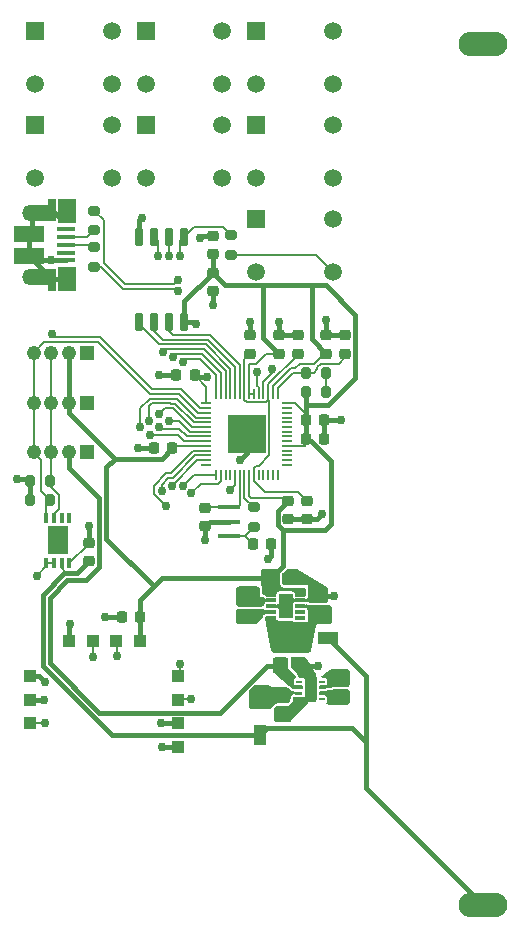
<source format=gbr>
%TF.GenerationSoftware,KiCad,Pcbnew,7.0.10*%
%TF.CreationDate,2024-12-09T12:22:18+01:00*%
%TF.ProjectId,dalmierz,64616c6d-6965-4727-9a2e-6b696361645f,rev?*%
%TF.SameCoordinates,Original*%
%TF.FileFunction,Copper,L1,Top*%
%TF.FilePolarity,Positive*%
%FSLAX46Y46*%
G04 Gerber Fmt 4.6, Leading zero omitted, Abs format (unit mm)*
G04 Created by KiCad (PCBNEW 7.0.10) date 2024-12-09 12:22:18*
%MOMM*%
%LPD*%
G01*
G04 APERTURE LIST*
G04 Aperture macros list*
%AMRoundRect*
0 Rectangle with rounded corners*
0 $1 Rounding radius*
0 $2 $3 $4 $5 $6 $7 $8 $9 X,Y pos of 4 corners*
0 Add a 4 corners polygon primitive as box body*
4,1,4,$2,$3,$4,$5,$6,$7,$8,$9,$2,$3,0*
0 Add four circle primitives for the rounded corners*
1,1,$1+$1,$2,$3*
1,1,$1+$1,$4,$5*
1,1,$1+$1,$6,$7*
1,1,$1+$1,$8,$9*
0 Add four rect primitives between the rounded corners*
20,1,$1+$1,$2,$3,$4,$5,0*
20,1,$1+$1,$4,$5,$6,$7,0*
20,1,$1+$1,$6,$7,$8,$9,0*
20,1,$1+$1,$8,$9,$2,$3,0*%
G04 Aperture macros list end*
%TA.AperFunction,SMDPad,CuDef*%
%ADD10RoundRect,0.225000X-0.250000X0.225000X-0.250000X-0.225000X0.250000X-0.225000X0.250000X0.225000X0*%
%TD*%
%TA.AperFunction,SMDPad,CuDef*%
%ADD11RoundRect,0.225000X0.250000X-0.225000X0.250000X0.225000X-0.250000X0.225000X-0.250000X-0.225000X0*%
%TD*%
%TA.AperFunction,SMDPad,CuDef*%
%ADD12RoundRect,0.050000X-0.387500X-0.050000X0.387500X-0.050000X0.387500X0.050000X-0.387500X0.050000X0*%
%TD*%
%TA.AperFunction,SMDPad,CuDef*%
%ADD13RoundRect,0.050000X-0.050000X-0.387500X0.050000X-0.387500X0.050000X0.387500X-0.050000X0.387500X0*%
%TD*%
%TA.AperFunction,SMDPad,CuDef*%
%ADD14R,3.200000X3.200000*%
%TD*%
%TA.AperFunction,SMDPad,CuDef*%
%ADD15RoundRect,0.200000X0.275000X-0.200000X0.275000X0.200000X-0.275000X0.200000X-0.275000X-0.200000X0*%
%TD*%
%TA.AperFunction,SMDPad,CuDef*%
%ADD16RoundRect,0.225000X-0.225000X-0.250000X0.225000X-0.250000X0.225000X0.250000X-0.225000X0.250000X0*%
%TD*%
%TA.AperFunction,SMDPad,CuDef*%
%ADD17R,0.850000X0.300000*%
%TD*%
%TA.AperFunction,SMDPad,CuDef*%
%ADD18R,1.200000X2.000000*%
%TD*%
%TA.AperFunction,SMDPad,CuDef*%
%ADD19RoundRect,0.200000X-0.200000X-0.275000X0.200000X-0.275000X0.200000X0.275000X-0.200000X0.275000X0*%
%TD*%
%TA.AperFunction,SMDPad,CuDef*%
%ADD20RoundRect,0.200000X-0.275000X0.200000X-0.275000X-0.200000X0.275000X-0.200000X0.275000X0.200000X0*%
%TD*%
%TA.AperFunction,SMDPad,CuDef*%
%ADD21RoundRect,0.150000X-0.150000X0.650000X-0.150000X-0.650000X0.150000X-0.650000X0.150000X0.650000X0*%
%TD*%
%TA.AperFunction,SMDPad,CuDef*%
%ADD22R,0.500000X0.250000*%
%TD*%
%TA.AperFunction,SMDPad,CuDef*%
%ADD23R,0.900000X1.600000*%
%TD*%
%TA.AperFunction,SMDPad,CuDef*%
%ADD24R,1.900000X0.400000*%
%TD*%
%TA.AperFunction,ComponentPad*%
%ADD25R,1.238000X1.238000*%
%TD*%
%TA.AperFunction,ComponentPad*%
%ADD26C,1.238000*%
%TD*%
%TA.AperFunction,SMDPad,CuDef*%
%ADD27RoundRect,0.225000X0.225000X0.250000X-0.225000X0.250000X-0.225000X-0.250000X0.225000X-0.250000X0*%
%TD*%
%TA.AperFunction,SMDPad,CuDef*%
%ADD28R,1.650000X0.400000*%
%TD*%
%TA.AperFunction,SMDPad,CuDef*%
%ADD29R,0.700000X1.825000*%
%TD*%
%TA.AperFunction,SMDPad,CuDef*%
%ADD30R,1.500000X2.000000*%
%TD*%
%TA.AperFunction,SMDPad,CuDef*%
%ADD31R,2.000000X1.350000*%
%TD*%
%TA.AperFunction,ComponentPad*%
%ADD32O,1.700000X1.350000*%
%TD*%
%TA.AperFunction,ComponentPad*%
%ADD33O,1.500000X1.100000*%
%TD*%
%TA.AperFunction,SMDPad,CuDef*%
%ADD34R,2.500000X1.430000*%
%TD*%
%TA.AperFunction,ComponentPad*%
%ADD35R,1.498000X1.498000*%
%TD*%
%TA.AperFunction,ComponentPad*%
%ADD36C,1.498000*%
%TD*%
%TA.AperFunction,SMDPad,CuDef*%
%ADD37RoundRect,0.200000X0.200000X0.275000X-0.200000X0.275000X-0.200000X-0.275000X0.200000X-0.275000X0*%
%TD*%
%TA.AperFunction,ComponentPad*%
%ADD38O,4.140000X2.070000*%
%TD*%
%TA.AperFunction,SMDPad,CuDef*%
%ADD39R,1.680000X1.010000*%
%TD*%
%TA.AperFunction,SMDPad,CuDef*%
%ADD40R,1.010000X1.680000*%
%TD*%
%TA.AperFunction,SMDPad,CuDef*%
%ADD41RoundRect,0.218750X0.256250X-0.218750X0.256250X0.218750X-0.256250X0.218750X-0.256250X-0.218750X0*%
%TD*%
%TA.AperFunction,SMDPad,CuDef*%
%ADD42R,1.000000X1.000000*%
%TD*%
%TA.AperFunction,SMDPad,CuDef*%
%ADD43RoundRect,0.071550X0.063450X-0.383450X0.063450X0.383450X-0.063450X0.383450X-0.063450X-0.383450X0*%
%TD*%
%TA.AperFunction,SMDPad,CuDef*%
%ADD44R,1.800000X2.400000*%
%TD*%
%TA.AperFunction,ViaPad*%
%ADD45C,0.750000*%
%TD*%
%TA.AperFunction,Conductor*%
%ADD46C,0.200000*%
%TD*%
%TA.AperFunction,Conductor*%
%ADD47C,0.400000*%
%TD*%
G04 APERTURE END LIST*
D10*
%TO.P,C1,1*%
%TO.N,GND*%
X150200000Y-114925000D03*
%TO.P,C1,2*%
%TO.N,Net-(U2-VIN)*%
X150200000Y-116475000D03*
%TD*%
D11*
%TO.P,C21,1*%
%TO.N,GND*%
X147100000Y-124975000D03*
%TO.P,C21,2*%
%TO.N,Net-(U6-VIN)*%
X147100000Y-123425000D03*
%TD*%
D10*
%TO.P,C9,1*%
%TO.N,+1V1*%
X149200000Y-106825000D03*
%TO.P,C9,2*%
%TO.N,GND*%
X149200000Y-108375000D03*
%TD*%
D12*
%TO.P,U1,1,IOVDD*%
%TO.N,+3V3*%
X140662500Y-98600000D03*
%TO.P,U1,2,GPIO0*%
%TO.N,/SDA0*%
X140662500Y-99000000D03*
%TO.P,U1,3,GPIO1*%
%TO.N,/SCL0*%
X140662500Y-99400000D03*
%TO.P,U1,4,GPIO2*%
%TO.N,/BTN1*%
X140662500Y-99800000D03*
%TO.P,U1,5,GPIO3*%
%TO.N,/BTN2*%
X140662500Y-100200000D03*
%TO.P,U1,6,GPIO4*%
%TO.N,/BTN3*%
X140662500Y-100600000D03*
%TO.P,U1,7,GPIO5*%
%TO.N,/BTN4*%
X140662500Y-101000000D03*
%TO.P,U1,8,GPIO6*%
%TO.N,/BTN5*%
X140662500Y-101400000D03*
%TO.P,U1,9,GPIO7*%
%TO.N,/BTN6*%
X140662500Y-101800000D03*
%TO.P,U1,10,IOVDD*%
%TO.N,+3V3*%
X140662500Y-102200000D03*
%TO.P,U1,11,GPIO8*%
%TO.N,/BT_LOW_POWER*%
X140662500Y-102600000D03*
%TO.P,U1,12,GPIO9*%
%TO.N,/BT_POWER_DOWN*%
X140662500Y-103000000D03*
%TO.P,U1,13,GPIO10*%
%TO.N,/BT_INTERRUPT*%
X140662500Y-103400000D03*
%TO.P,U1,14,GPIO11*%
%TO.N,unconnected-(U1-GPIO11-Pad14)*%
X140662500Y-103800000D03*
D13*
%TO.P,U1,15,GPIO12*%
%TO.N,/UART0_TX*%
X141500000Y-104637500D03*
%TO.P,U1,16,GPIO13*%
%TO.N,/UART0_RX*%
X141900000Y-104637500D03*
%TO.P,U1,17,GPIO14*%
%TO.N,unconnected-(U1-GPIO14-Pad17)*%
X142300000Y-104637500D03*
%TO.P,U1,18,GPIO15*%
%TO.N,unconnected-(U1-GPIO15-Pad18)*%
X142700000Y-104637500D03*
%TO.P,U1,19,TESTEN*%
%TO.N,GND*%
X143100000Y-104637500D03*
%TO.P,U1,20,XIN*%
%TO.N,/XIN*%
X143500000Y-104637500D03*
%TO.P,U1,21,XOUT*%
%TO.N,/XOUT*%
X143900000Y-104637500D03*
%TO.P,U1,22,IOVDD*%
%TO.N,+3V3*%
X144300000Y-104637500D03*
%TO.P,U1,23,DVDD*%
%TO.N,+1V1*%
X144700000Y-104637500D03*
%TO.P,U1,24,SWCLK*%
%TO.N,unconnected-(U1-SWCLK-Pad24)*%
X145100000Y-104637500D03*
%TO.P,U1,25,SWD*%
%TO.N,unconnected-(U1-SWD-Pad25)*%
X145500000Y-104637500D03*
%TO.P,U1,26,RUN*%
%TO.N,unconnected-(U1-RUN-Pad26)*%
X145900000Y-104637500D03*
%TO.P,U1,27,GPIO16*%
%TO.N,unconnected-(U1-GPIO16-Pad27)*%
X146300000Y-104637500D03*
%TO.P,U1,28,GPIO17*%
%TO.N,unconnected-(U1-GPIO17-Pad28)*%
X146700000Y-104637500D03*
D12*
%TO.P,U1,29,GPIO18*%
%TO.N,unconnected-(U1-GPIO18-Pad29)*%
X147537500Y-103800000D03*
%TO.P,U1,30,GPIO19*%
%TO.N,unconnected-(U1-GPIO19-Pad30)*%
X147537500Y-103400000D03*
%TO.P,U1,31,GPIO20*%
%TO.N,unconnected-(U1-GPIO20-Pad31)*%
X147537500Y-103000000D03*
%TO.P,U1,32,GPIO21*%
%TO.N,unconnected-(U1-GPIO21-Pad32)*%
X147537500Y-102600000D03*
%TO.P,U1,33,IOVDD*%
%TO.N,+3V3*%
X147537500Y-102200000D03*
%TO.P,U1,34,GPIO22*%
%TO.N,unconnected-(U1-GPIO22-Pad34)*%
X147537500Y-101800000D03*
%TO.P,U1,35,GPIO23*%
%TO.N,unconnected-(U1-GPIO23-Pad35)*%
X147537500Y-101400000D03*
%TO.P,U1,36,GPIO24*%
%TO.N,unconnected-(U1-GPIO24-Pad36)*%
X147537500Y-101000000D03*
%TO.P,U1,37,GPIO25*%
%TO.N,unconnected-(U1-GPIO25-Pad37)*%
X147537500Y-100600000D03*
%TO.P,U1,38,GPIO26_ADC0*%
%TO.N,unconnected-(U1-GPIO26_ADC0-Pad38)*%
X147537500Y-100200000D03*
%TO.P,U1,39,GPIO27_ADC1*%
%TO.N,unconnected-(U1-GPIO27_ADC1-Pad39)*%
X147537500Y-99800000D03*
%TO.P,U1,40,GPIO28_ADC2*%
%TO.N,unconnected-(U1-GPIO28_ADC2-Pad40)*%
X147537500Y-99400000D03*
%TO.P,U1,41,GPIO29_ADC3*%
%TO.N,unconnected-(U1-GPIO29_ADC3-Pad41)*%
X147537500Y-99000000D03*
%TO.P,U1,42,IOVDD*%
%TO.N,+3V3*%
X147537500Y-98600000D03*
D13*
%TO.P,U1,43,ADC_AVDD*%
%TO.N,/ADC_AVDD*%
X146700000Y-97762500D03*
%TO.P,U1,44,VREG_IN*%
%TO.N,+3V3*%
X146300000Y-97762500D03*
%TO.P,U1,45,VREG_VOUT*%
%TO.N,+1V1*%
X145900000Y-97762500D03*
%TO.P,U1,46,USB_DM*%
%TO.N,/USB_DMX*%
X145500000Y-97762500D03*
%TO.P,U1,47,USB_DP*%
%TO.N,/USB_DPX*%
X145100000Y-97762500D03*
%TO.P,U1,48,USB_VDD*%
%TO.N,+3V3*%
X144700000Y-97762500D03*
%TO.P,U1,49,IOVDD*%
X144300000Y-97762500D03*
%TO.P,U1,50,DVDD*%
%TO.N,+1V1*%
X143900000Y-97762500D03*
%TO.P,U1,51,QSPI_SD3*%
%TO.N,/QSPI_SD3*%
X143500000Y-97762500D03*
%TO.P,U1,52,QSPI_SCLK*%
%TO.N,/QSPI_SCLK*%
X143100000Y-97762500D03*
%TO.P,U1,53,QSPI_SD0*%
%TO.N,/QSPI_SD0*%
X142700000Y-97762500D03*
%TO.P,U1,54,QSPI_SD2*%
%TO.N,/QSPI_SD2*%
X142300000Y-97762500D03*
%TO.P,U1,55,QSPI_SD1*%
%TO.N,/QSPI_SD1*%
X141900000Y-97762500D03*
%TO.P,U1,56,QSPI_SS*%
%TO.N,/QSPI_SS*%
X141500000Y-97762500D03*
D14*
%TO.P,U1,57,GND*%
%TO.N,GND*%
X144100000Y-101200000D03*
%TD*%
D15*
%TO.P,R13,1*%
%TO.N,/USB_DM*%
X131200000Y-83925000D03*
%TO.P,R13,2*%
%TO.N,/USB_DMX*%
X131200000Y-82275000D03*
%TD*%
D16*
%TO.P,C17,1*%
%TO.N,Net-(Y1-OUT)*%
X144625000Y-110500000D03*
%TO.P,C17,2*%
%TO.N,GND*%
X146175000Y-110500000D03*
%TD*%
D17*
%TO.P,U2,1,VOUT*%
%TO.N,+3V3*%
X146175000Y-114780000D03*
%TO.P,U2,2,LX2*%
%TO.N,Net-(U2-LX2)*%
X146175000Y-115280000D03*
%TO.P,U2,3,GND*%
%TO.N,GND*%
X146175000Y-115780000D03*
%TO.P,U2,4,LX1*%
%TO.N,Net-(U2-LX1)*%
X146175000Y-116280000D03*
%TO.P,U2,5,VIN*%
%TO.N,Net-(U2-VIN)*%
X146175000Y-116780000D03*
%TO.P,U2,6,EN*%
%TO.N,unconnected-(U2-EN-Pad6)*%
X148625000Y-116780000D03*
%TO.P,U2,7,PS*%
%TO.N,unconnected-(U2-PS-Pad7)*%
X148625000Y-116280000D03*
%TO.P,U2,8,VINA*%
%TO.N,Net-(U2-VIN)*%
X148625000Y-115780000D03*
%TO.P,U2,9,GND*%
%TO.N,GND*%
X148625000Y-115280000D03*
%TO.P,U2,10,FB*%
%TO.N,+3V3*%
X148625000Y-114780000D03*
D18*
%TO.P,U2,11,EXP*%
%TO.N,GND*%
X147400000Y-115780000D03*
%TD*%
D19*
%TO.P,R7,1*%
%TO.N,+3V3*%
X149125000Y-97600000D03*
%TO.P,R7,2*%
%TO.N,/ADC_VREF*%
X150775000Y-97600000D03*
%TD*%
D11*
%TO.P,C14,1*%
%TO.N,+3V3*%
X150800000Y-94375000D03*
%TO.P,C14,2*%
%TO.N,GND*%
X150800000Y-92825000D03*
%TD*%
D10*
%TO.P,C15,1*%
%TO.N,+3V3*%
X141200000Y-87525000D03*
%TO.P,C15,2*%
%TO.N,GND*%
X141200000Y-89075000D03*
%TD*%
D19*
%TO.P,R3,1*%
%TO.N,+3V3*%
X125775000Y-105200000D03*
%TO.P,R3,2*%
%TO.N,/SDA0*%
X127425000Y-105200000D03*
%TD*%
D20*
%TO.P,R14,1*%
%TO.N,/XOUT*%
X144700000Y-107375000D03*
%TO.P,R14,2*%
%TO.N,Net-(Y1-OUT)*%
X144700000Y-109025000D03*
%TD*%
D21*
%TO.P,U4,1,~{CS}*%
%TO.N,/QSPI_SS*%
X138805000Y-84500000D03*
%TO.P,U4,2,DO(IO1)*%
%TO.N,/QSPI_SD1*%
X137535000Y-84500000D03*
%TO.P,U4,3,IO2*%
%TO.N,/QSPI_SD2*%
X136265000Y-84500000D03*
%TO.P,U4,4,GND*%
%TO.N,GND*%
X134995000Y-84500000D03*
%TO.P,U4,5,DI(IO0)*%
%TO.N,/QSPI_SD0*%
X134995000Y-91700000D03*
%TO.P,U4,6,CLK*%
%TO.N,/QSPI_SCLK*%
X136265000Y-91700000D03*
%TO.P,U4,7,IO3*%
%TO.N,/QSPI_SD3*%
X137535000Y-91700000D03*
%TO.P,U4,8,VCC*%
%TO.N,+3V3*%
X138805000Y-91700000D03*
%TD*%
D22*
%TO.P,U6,1,PFM*%
%TO.N,unconnected-(U6-PFM-Pad1)*%
X150450000Y-123650000D03*
%TO.P,U6,2,C1-*%
%TO.N,Net-(U6-C1-)*%
X150450000Y-123150000D03*
%TO.P,U6,3,C1+*%
%TO.N,Net-(U6-C1+)*%
X150450000Y-122650000D03*
%TO.P,U6,4,OUTDIS*%
%TO.N,unconnected-(U6-OUTDIS-Pad4)*%
X150450000Y-122150000D03*
%TO.P,U6,5,EN*%
%TO.N,unconnected-(U6-EN-Pad5)*%
X148550000Y-122150000D03*
%TO.P,U6,6,VOUT*%
%TO.N,+5V*%
X148550000Y-122650000D03*
%TO.P,U6,7,VIN*%
%TO.N,Net-(U6-VIN)*%
X148550000Y-123150000D03*
%TO.P,U6,8,GND*%
%TO.N,GND*%
X148550000Y-123650000D03*
D23*
%TO.P,U6,9,GND*%
X149500000Y-122900000D03*
%TD*%
D24*
%TO.P,Y1,1,IN*%
%TO.N,/XIN*%
X142600000Y-107400000D03*
%TO.P,Y1,2,GND*%
%TO.N,GND*%
X142600000Y-108600000D03*
%TO.P,Y1,3,OUT*%
%TO.N,Net-(Y1-OUT)*%
X142600000Y-109800000D03*
%TD*%
D16*
%TO.P,C3,1*%
%TO.N,GND*%
X133525000Y-116700000D03*
%TO.P,C3,2*%
%TO.N,+3V3*%
X135075000Y-116700000D03*
%TD*%
D15*
%TO.P,R11,1*%
%TO.N,Net-(R11-Pad1)*%
X142800000Y-86025000D03*
%TO.P,R11,2*%
%TO.N,/QSPI_SS*%
X142800000Y-84375000D03*
%TD*%
D25*
%TO.P,J2,1,GND*%
%TO.N,GND*%
X130550000Y-102750000D03*
D26*
%TO.P,J2,2,VCC*%
%TO.N,+5V*%
X129050000Y-102750000D03*
%TO.P,J2,3,SDA*%
%TO.N,/SDA0*%
X127550000Y-102750000D03*
%TO.P,J2,4,SCL*%
%TO.N,/SCL0*%
X126050000Y-102750000D03*
%TD*%
D11*
%TO.P,C20,1*%
%TO.N,Net-(U6-C1-)*%
X152000000Y-123445000D03*
%TO.P,C20,2*%
%TO.N,Net-(U6-C1+)*%
X152000000Y-121895000D03*
%TD*%
D27*
%TO.P,C6,1*%
%TO.N,GND*%
X150675000Y-101600000D03*
%TO.P,C6,2*%
%TO.N,+3V3*%
X149125000Y-101600000D03*
%TD*%
D28*
%TO.P,J1,1,VBUS*%
%TO.N,unconnected-(J1-VBUS-Pad1)*%
X128765000Y-83875000D03*
%TO.P,J1,2,D-*%
%TO.N,/USB_DM*%
X128765000Y-84525000D03*
%TO.P,J1,3,D+*%
%TO.N,/USB_DP*%
X128765000Y-85175000D03*
%TO.P,J1,4,ID*%
%TO.N,unconnected-(J1-ID-Pad4)*%
X128765000Y-85825000D03*
%TO.P,J1,5,GND*%
%TO.N,GND*%
X128765000Y-86475000D03*
D29*
%TO.P,J1,6,Shield*%
X127565000Y-82225000D03*
D30*
X128865000Y-82325000D03*
D31*
X126815000Y-82445000D03*
D32*
X125885000Y-82445000D03*
D33*
X128885000Y-82755000D03*
D34*
X125615000Y-84215000D03*
X125615000Y-86135000D03*
D33*
X128885000Y-87595000D03*
D32*
X125885000Y-87905000D03*
D31*
X126815000Y-87925000D03*
D30*
X128885000Y-88075000D03*
D29*
X127565000Y-88175000D03*
%TD*%
D35*
%TO.P,SW2,1*%
%TO.N,GND*%
X135532250Y-67050000D03*
D36*
%TO.P,SW2,2*%
%TO.N,unconnected-(SW2-Pad2)*%
X142032250Y-67050000D03*
%TO.P,SW2,3*%
%TO.N,unconnected-(SW2-Pad3)*%
X135532250Y-71550000D03*
%TO.P,SW2,4*%
%TO.N,/BTN2*%
X142032250Y-71550000D03*
%TD*%
D37*
%TO.P,R9,1*%
%TO.N,/ADC_VREF*%
X150775000Y-96000000D03*
%TO.P,R9,2*%
%TO.N,/ADC_AVDD*%
X149125000Y-96000000D03*
%TD*%
D35*
%TO.P,SW1,1*%
%TO.N,GND*%
X144914500Y-67050000D03*
D36*
%TO.P,SW1,2*%
%TO.N,unconnected-(SW1-Pad2)*%
X151414500Y-67050000D03*
%TO.P,SW1,3*%
%TO.N,unconnected-(SW1-Pad3)*%
X144914500Y-71550000D03*
%TO.P,SW1,4*%
%TO.N,/BTN1*%
X151414500Y-71550000D03*
%TD*%
D16*
%TO.P,C4,1*%
%TO.N,GND*%
X138125000Y-96200000D03*
%TO.P,C4,2*%
%TO.N,+3V3*%
X139675000Y-96200000D03*
%TD*%
D35*
%TO.P,SW5,1*%
%TO.N,GND*%
X135532250Y-75000000D03*
D36*
%TO.P,SW5,2*%
%TO.N,unconnected-(SW5-Pad2)*%
X142032250Y-75000000D03*
%TO.P,SW5,3*%
%TO.N,unconnected-(SW5-Pad3)*%
X135532250Y-79500000D03*
%TO.P,SW5,4*%
%TO.N,/BTN5*%
X142032250Y-79500000D03*
%TD*%
D35*
%TO.P,SW3,1*%
%TO.N,GND*%
X126150000Y-67050000D03*
D36*
%TO.P,SW3,2*%
%TO.N,unconnected-(SW3-Pad2)*%
X132650000Y-67050000D03*
%TO.P,SW3,3*%
%TO.N,unconnected-(SW3-Pad3)*%
X126150000Y-71550000D03*
%TO.P,SW3,4*%
%TO.N,/BTN3*%
X132650000Y-71550000D03*
%TD*%
D35*
%TO.P,SW6,1*%
%TO.N,GND*%
X126150000Y-75000000D03*
D36*
%TO.P,SW6,2*%
%TO.N,unconnected-(SW6-Pad2)*%
X132650000Y-75000000D03*
%TO.P,SW6,3*%
%TO.N,unconnected-(SW6-Pad3)*%
X126150000Y-79500000D03*
%TO.P,SW6,4*%
%TO.N,/BTN6*%
X132650000Y-79500000D03*
%TD*%
D25*
%TO.P,J7,1,GND*%
%TO.N,GND*%
X130550000Y-94300000D03*
D26*
%TO.P,J7,2,VCC*%
%TO.N,+3V3*%
X129050000Y-94300000D03*
%TO.P,J7,3,SDA*%
%TO.N,/SDA0*%
X127550000Y-94300000D03*
%TO.P,J7,4,SCL*%
%TO.N,/SCL0*%
X126050000Y-94300000D03*
%TD*%
D38*
%TO.P,BT1,+*%
%TO.N,VBUS*%
X164100000Y-141100000D03*
%TO.P,BT1,-*%
%TO.N,GND*%
X164100000Y-68200000D03*
%TD*%
D39*
%TO.P,D1,1*%
%TO.N,Net-(U2-VIN)*%
X147842500Y-118500000D03*
%TO.P,D1,2*%
%TO.N,VBUS*%
X150982500Y-118500000D03*
%TD*%
D11*
%TO.P,C11,1*%
%TO.N,+1V1*%
X144400000Y-94375000D03*
%TO.P,C11,2*%
%TO.N,GND*%
X144400000Y-92825000D03*
%TD*%
%TO.P,C12,1*%
%TO.N,+1V1*%
X148400000Y-94375000D03*
%TO.P,C12,2*%
%TO.N,GND*%
X148400000Y-92825000D03*
%TD*%
D35*
%TO.P,SW4,1*%
%TO.N,GND*%
X144914500Y-75000000D03*
D36*
%TO.P,SW4,2*%
%TO.N,unconnected-(SW4-Pad2)*%
X151414500Y-75000000D03*
%TO.P,SW4,3*%
%TO.N,unconnected-(SW4-Pad3)*%
X144914500Y-79500000D03*
%TO.P,SW4,4*%
%TO.N,/BTN4*%
X151414500Y-79500000D03*
%TD*%
D16*
%TO.P,C5,1*%
%TO.N,GND*%
X136225000Y-102400000D03*
%TO.P,C5,2*%
%TO.N,+3V3*%
X137775000Y-102400000D03*
%TD*%
D27*
%TO.P,C7,1*%
%TO.N,GND*%
X150675000Y-100000000D03*
%TO.P,C7,2*%
%TO.N,+3V3*%
X149125000Y-100000000D03*
%TD*%
D25*
%TO.P,J3,1,GND*%
%TO.N,GND*%
X130550000Y-98550000D03*
D26*
%TO.P,J3,2,VCC*%
%TO.N,+3V3*%
X129050000Y-98550000D03*
%TO.P,J3,3,SDA*%
%TO.N,/SDA0*%
X127550000Y-98550000D03*
%TO.P,J3,4,SCL*%
%TO.N,/SCL0*%
X126050000Y-98550000D03*
%TD*%
D37*
%TO.P,R2,1*%
%TO.N,/SCL0*%
X127425000Y-106800000D03*
%TO.P,R2,2*%
%TO.N,+3V3*%
X125775000Y-106800000D03*
%TD*%
D10*
%TO.P,C19,1*%
%TO.N,GND*%
X130700000Y-110425000D03*
%TO.P,C19,2*%
%TO.N,VBUS*%
X130700000Y-111975000D03*
%TD*%
D40*
%TO.P,D3,1*%
%TO.N,Net-(U6-VIN)*%
X145200000Y-123542500D03*
%TO.P,D3,2*%
%TO.N,VBUS*%
X145200000Y-126682500D03*
%TD*%
D11*
%TO.P,C18,1*%
%TO.N,+3V3*%
X141200000Y-85975000D03*
%TO.P,C18,2*%
%TO.N,GND*%
X141200000Y-84425000D03*
%TD*%
D35*
%TO.P,SW7,1*%
%TO.N,GND*%
X144914500Y-82950000D03*
D36*
%TO.P,SW7,2*%
%TO.N,unconnected-(SW7-Pad2)*%
X151414500Y-82950000D03*
%TO.P,SW7,3*%
%TO.N,unconnected-(SW7-Pad3)*%
X144914500Y-87450000D03*
%TO.P,SW7,4*%
%TO.N,Net-(R11-Pad1)*%
X151414500Y-87450000D03*
%TD*%
D11*
%TO.P,C8,1*%
%TO.N,GND*%
X147600000Y-108375000D03*
%TO.P,C8,2*%
%TO.N,+3V3*%
X147600000Y-106825000D03*
%TD*%
D10*
%TO.P,C16,1*%
%TO.N,/XIN*%
X140600000Y-107425000D03*
%TO.P,C16,2*%
%TO.N,GND*%
X140600000Y-108975000D03*
%TD*%
D16*
%TO.P,C22,1*%
%TO.N,+5V*%
X146925000Y-120800000D03*
%TO.P,C22,2*%
%TO.N,GND*%
X148475000Y-120800000D03*
%TD*%
D41*
%TO.P,L1,1,1*%
%TO.N,Net-(U2-LX1)*%
X144100000Y-116587500D03*
%TO.P,L1,2,2*%
%TO.N,Net-(U2-LX2)*%
X144100000Y-115012500D03*
%TD*%
D42*
%TO.P,B1,1,INT*%
%TO.N,/BT_INTERRUPT*%
X125755000Y-125685000D03*
%TO.P,B1,2,GND*%
%TO.N,GND*%
X125755000Y-123685000D03*
%TO.P,B1,3,GND*%
X125755000Y-121685000D03*
%TO.P,B1,4,GND*%
X129045000Y-118675000D03*
%TO.P,B1,5,PDN*%
%TO.N,/BT_POWER_DOWN*%
X131045000Y-118675000D03*
%TO.P,B1,6,WAKEUP*%
%TO.N,/BT_LOW_POWER*%
X133045000Y-118675000D03*
%TO.P,B1,7,VDD*%
%TO.N,+3V3*%
X135045000Y-118675000D03*
%TO.P,B1,8,RXD*%
%TO.N,/UART0_TX*%
X138245000Y-121675000D03*
%TO.P,B1,9,TXD*%
%TO.N,/UART0_RX*%
X138245000Y-123675000D03*
%TO.P,B1,10,GND*%
%TO.N,GND*%
X138245000Y-125675000D03*
%TO.P,B1,11,NC*%
X138245000Y-127675000D03*
%TD*%
D20*
%TO.P,R12,1*%
%TO.N,/USB_DP*%
X131200000Y-85375000D03*
%TO.P,R12,2*%
%TO.N,/USB_DPX*%
X131200000Y-87025000D03*
%TD*%
D11*
%TO.P,C10,1*%
%TO.N,+3V3*%
X146800000Y-94375000D03*
%TO.P,C10,2*%
%TO.N,GND*%
X146800000Y-92825000D03*
%TD*%
D16*
%TO.P,C2,1*%
%TO.N,+3V3*%
X146125000Y-113400000D03*
%TO.P,C2,2*%
%TO.N,GND*%
X147675000Y-113400000D03*
%TD*%
D11*
%TO.P,C13,1*%
%TO.N,/ADC_AVDD*%
X152400000Y-94375000D03*
%TO.P,C13,2*%
%TO.N,GND*%
X152400000Y-92825000D03*
%TD*%
D43*
%TO.P,U5,1,TEST*%
%TO.N,GND*%
X127125000Y-112100000D03*
%TO.P,U5,2,VSS*%
X127775000Y-112100000D03*
%TO.P,U5,3,VDD*%
%TO.N,VBUS*%
X128425000Y-112100000D03*
%TO.P,U5,4,ALARMB*%
%TO.N,GND*%
X129075000Y-112100000D03*
%TO.P,U5,5,TSW*%
%TO.N,unconnected-(U5-TSW-Pad5)*%
X129075000Y-108300000D03*
%TO.P,U5,6,TSENSE*%
%TO.N,unconnected-(U5-TSENSE-Pad6)*%
X128425000Y-108300000D03*
%TO.P,U5,7,SDA*%
%TO.N,/SDA0*%
X127775000Y-108300000D03*
%TO.P,U5,8,SCL*%
%TO.N,/SCL0*%
X127125000Y-108300000D03*
D44*
%TO.P,U5,9,EXP*%
%TO.N,unconnected-(U5-EXP-Pad9)*%
X128100000Y-110200000D03*
%TD*%
D45*
%TO.N,/BT_INTERRUPT*%
X127000000Y-125700000D03*
X137735259Y-105576958D03*
%TO.N,GND*%
X151500000Y-114900000D03*
X127500000Y-86500000D03*
X129100000Y-117300000D03*
X141200000Y-90300000D03*
X136700000Y-96200000D03*
X144400000Y-91700000D03*
X143500000Y-103400000D03*
X134900000Y-102400000D03*
X152100000Y-100000000D03*
X142700000Y-105900000D03*
X140600000Y-110200000D03*
X146800000Y-91700000D03*
X136800000Y-125700000D03*
X150100000Y-120800000D03*
X126900000Y-123700000D03*
X150800000Y-91500000D03*
X150425000Y-108000000D03*
X140100000Y-84600000D03*
X126300000Y-113200000D03*
X132100000Y-116700000D03*
X127000000Y-122200000D03*
X135200000Y-82900000D03*
X130700000Y-109000000D03*
X136900000Y-127700000D03*
X145900000Y-111800000D03*
%TO.N,/BT_POWER_DOWN*%
X131100000Y-120100000D03*
X136889798Y-106010202D03*
%TO.N,/BT_LOW_POWER*%
X133100000Y-120000000D03*
X137225000Y-107300000D03*
%TO.N,+3V3*%
X139800000Y-91900000D03*
X140741330Y-96358670D03*
X124625000Y-105000000D03*
%TO.N,/UART0_TX*%
X138686063Y-105573264D03*
X138400000Y-120700000D03*
%TO.N,/UART0_RX*%
X139400000Y-106200000D03*
X139400000Y-123600000D03*
%TO.N,/QSPI_SS*%
X138734953Y-95076386D03*
X138450003Y-86100000D03*
%TO.N,/QSPI_SD1*%
X137873911Y-94675000D03*
X137500000Y-86100000D03*
%TO.N,/QSPI_SD2*%
X137000000Y-94275000D03*
X136549997Y-86100000D03*
%TO.N,/SDA0*%
X127600000Y-92706000D03*
%TO.N,/USB_DPX*%
X138275000Y-89100000D03*
X144975000Y-95900000D03*
%TO.N,/USB_DMX*%
X146257016Y-95657016D03*
X138275000Y-88149997D03*
%TO.N,/BTN1*%
X135070187Y-100591823D03*
%TO.N,/BTN2*%
X135857996Y-100060916D03*
%TO.N,/BTN3*%
X136700000Y-99500000D03*
%TO.N,/BTN4*%
X137505600Y-100096500D03*
%TO.N,/BTN5*%
X136700000Y-100600000D03*
%TO.N,/BTN6*%
X135900000Y-101300000D03*
%TD*%
D46*
%TO.N,/BT_INTERRUPT*%
X137735259Y-105569473D02*
X137735259Y-105576958D01*
X139904732Y-103400000D02*
X137735259Y-105569473D01*
X125770000Y-125700000D02*
X125755000Y-125685000D01*
X127000000Y-125700000D02*
X125770000Y-125700000D01*
X140662500Y-103400000D02*
X139904732Y-103400000D01*
D47*
%TO.N,GND*%
X133525000Y-116700000D02*
X132100000Y-116700000D01*
X134995000Y-83105000D02*
X135200000Y-82900000D01*
X127500000Y-86500000D02*
X125980000Y-86500000D01*
D46*
X143100000Y-104637500D02*
X143100000Y-105500000D01*
D47*
X138125000Y-96200000D02*
X136700000Y-96200000D01*
X136925000Y-127675000D02*
X136900000Y-127700000D01*
X150050000Y-108375000D02*
X150425000Y-108000000D01*
X147600000Y-108375000D02*
X149200000Y-108375000D01*
X146800000Y-92825000D02*
X146800000Y-91700000D01*
X129045000Y-117355000D02*
X129100000Y-117300000D01*
X126815000Y-87925000D02*
X126815000Y-87335000D01*
X151475000Y-114925000D02*
X151500000Y-114900000D01*
X125755000Y-123685000D02*
X126885000Y-123685000D01*
X152400000Y-92825000D02*
X150800000Y-92825000D01*
X144100000Y-101200000D02*
X144100000Y-102800000D01*
X126885000Y-123685000D02*
X126900000Y-123700000D01*
X149200000Y-108375000D02*
X150050000Y-108375000D01*
X150800000Y-92825000D02*
X150800000Y-91500000D01*
X129045000Y-118675000D02*
X129045000Y-117355000D01*
X146175000Y-111525000D02*
X145900000Y-111800000D01*
X136225000Y-102400000D02*
X134900000Y-102400000D01*
X125885000Y-83945000D02*
X125615000Y-84215000D01*
X141200000Y-84425000D02*
X140275000Y-84425000D01*
X150675000Y-101600000D02*
X150675000Y-100000000D01*
X128885000Y-88075000D02*
X127665000Y-88075000D01*
X126485000Y-121685000D02*
X127000000Y-122200000D01*
X138245000Y-127675000D02*
X136925000Y-127675000D01*
D46*
X143100000Y-105500000D02*
X142700000Y-105900000D01*
D47*
X144100000Y-102800000D02*
X143500000Y-103400000D01*
X146175000Y-110500000D02*
X146175000Y-111525000D01*
X148400000Y-92825000D02*
X146800000Y-92825000D01*
X150200000Y-114925000D02*
X151475000Y-114925000D01*
D46*
X127125000Y-112100000D02*
X127125000Y-112375000D01*
D47*
X150675000Y-100000000D02*
X152100000Y-100000000D01*
X140975000Y-108600000D02*
X140600000Y-108975000D01*
D46*
X130700000Y-110475000D02*
X130700000Y-110425000D01*
X127775000Y-112100000D02*
X127125000Y-112100000D01*
D47*
X127665000Y-88075000D02*
X127565000Y-88175000D01*
X128765000Y-86475000D02*
X127525000Y-86475000D01*
X134995000Y-84500000D02*
X134995000Y-83105000D01*
D46*
X129075000Y-112100000D02*
X130700000Y-110475000D01*
D47*
X141200000Y-89075000D02*
X141200000Y-90300000D01*
X148475000Y-120800000D02*
X150100000Y-120800000D01*
X125615000Y-84215000D02*
X125615000Y-86135000D01*
X136825000Y-125675000D02*
X136800000Y-125700000D01*
X125885000Y-82445000D02*
X125885000Y-83945000D01*
X138245000Y-125675000D02*
X136825000Y-125675000D01*
X142600000Y-108600000D02*
X140975000Y-108600000D01*
X128095000Y-82755000D02*
X127565000Y-82225000D01*
X144400000Y-92825000D02*
X144400000Y-91700000D01*
X126815000Y-87335000D02*
X125615000Y-86135000D01*
D46*
X127125000Y-112375000D02*
X126300000Y-113200000D01*
D47*
X128885000Y-82755000D02*
X128095000Y-82755000D01*
X125755000Y-121685000D02*
X126485000Y-121685000D01*
X127525000Y-86475000D02*
X127500000Y-86500000D01*
X140275000Y-84425000D02*
X140100000Y-84600000D01*
X125980000Y-86500000D02*
X125615000Y-86135000D01*
X140600000Y-108975000D02*
X140600000Y-110200000D01*
X130700000Y-110425000D02*
X130700000Y-109000000D01*
D46*
%TO.N,/BT_POWER_DOWN*%
X137837088Y-104901958D02*
X137455664Y-104901958D01*
X137455664Y-104901958D02*
X136889798Y-105467824D01*
X131100000Y-120100000D02*
X131100000Y-118730000D01*
X131100000Y-118730000D02*
X131045000Y-118675000D01*
X136889798Y-105467824D02*
X136889798Y-106010202D01*
X140662500Y-103000000D02*
X139739046Y-103000000D01*
X139739046Y-103000000D02*
X137837088Y-104901958D01*
%TO.N,/BT_LOW_POWER*%
X140662500Y-102600000D02*
X139573360Y-102600000D01*
X136214798Y-106289798D02*
X137225000Y-107300000D01*
X139573360Y-102600000D02*
X137671402Y-104501958D01*
X136214798Y-105577138D02*
X136214798Y-106289798D01*
X137671402Y-104501958D02*
X137289978Y-104501958D01*
X133100000Y-118730000D02*
X133045000Y-118675000D01*
X133100000Y-120000000D02*
X133100000Y-118730000D01*
X137289978Y-104501958D02*
X136214798Y-105577138D01*
D47*
%TO.N,+3V3*%
X136220000Y-114100000D02*
X132200000Y-110080000D01*
X142275000Y-88600000D02*
X141200000Y-87525000D01*
X149125000Y-98700000D02*
X149125000Y-97600000D01*
X132899602Y-103275000D02*
X136900000Y-103275000D01*
X151004070Y-98700000D02*
X153275000Y-96429070D01*
X151200000Y-108800000D02*
X151200000Y-103490118D01*
D46*
X144700000Y-97762500D02*
X144300000Y-97762500D01*
X150625000Y-94375000D02*
X149775000Y-95225000D01*
X149775000Y-95225000D02*
X148575000Y-95225000D01*
D47*
X139600000Y-91700000D02*
X139800000Y-91900000D01*
X132200000Y-103974602D02*
X132899602Y-103275000D01*
X146125000Y-113400000D02*
X147159882Y-112365118D01*
X145500000Y-88600000D02*
X142275000Y-88600000D01*
X146712500Y-107712500D02*
X146712500Y-108852618D01*
X149754941Y-102045059D02*
X149309882Y-101600000D01*
D46*
X149125000Y-99525000D02*
X148200000Y-98600000D01*
X150800000Y-94375000D02*
X150625000Y-94375000D01*
X140662500Y-98600000D02*
X140662500Y-97187500D01*
D47*
X153275000Y-91075000D02*
X150800000Y-88600000D01*
X125575000Y-105000000D02*
X125775000Y-105200000D01*
D46*
X145723696Y-94375000D02*
X146800000Y-94375000D01*
D47*
X149125000Y-100600000D02*
X149125000Y-100000000D01*
D46*
X146300000Y-97134314D02*
X146300000Y-97762500D01*
D47*
X146125000Y-113400000D02*
X136920000Y-113400000D01*
X135045000Y-115275000D02*
X136220000Y-114100000D01*
X151200000Y-103490118D02*
X149754941Y-102045059D01*
X135045000Y-116730000D02*
X135045000Y-116900000D01*
X149600000Y-88600000D02*
X149600000Y-93175000D01*
D46*
X149125000Y-100000000D02*
X149125000Y-99525000D01*
D47*
X138805000Y-91700000D02*
X139600000Y-91700000D01*
D46*
X140662500Y-102200000D02*
X137975000Y-102200000D01*
D47*
X139833670Y-96358670D02*
X139675000Y-96200000D01*
X138805000Y-91700000D02*
X138805000Y-89920000D01*
X124625000Y-105000000D02*
X125575000Y-105000000D01*
D46*
X140662500Y-97187500D02*
X139675000Y-96200000D01*
D47*
X141200000Y-85975000D02*
X141200000Y-87525000D01*
X149125000Y-98700000D02*
X151004070Y-98700000D01*
D46*
X144300000Y-95225000D02*
X144873696Y-95225000D01*
D47*
X138805000Y-89920000D02*
X141200000Y-87525000D01*
X149754941Y-102045059D02*
X149125000Y-101415118D01*
X135045000Y-118675000D02*
X135045000Y-116900000D01*
X146712500Y-108852618D02*
X147159882Y-109300000D01*
D46*
X149125000Y-101600000D02*
X149125000Y-102075000D01*
D47*
X136920000Y-113400000D02*
X136220000Y-114100000D01*
X125775000Y-105200000D02*
X125775000Y-106800000D01*
X132200000Y-110080000D02*
X132200000Y-103974602D01*
X147159882Y-112365118D02*
X147159882Y-109300000D01*
X140741330Y-96358670D02*
X139833670Y-96358670D01*
X135045000Y-116900000D02*
X135045000Y-115275000D01*
D46*
X144300000Y-104637500D02*
X144300000Y-106409314D01*
D47*
X145500000Y-93075000D02*
X146800000Y-94375000D01*
X135075000Y-116700000D02*
X135045000Y-116730000D01*
X150800000Y-88600000D02*
X149600000Y-88600000D01*
X147159882Y-109300000D02*
X150700000Y-109300000D01*
X150700000Y-109300000D02*
X151200000Y-108800000D01*
D46*
X147834314Y-95600000D02*
X146300000Y-97134314D01*
D47*
X149309882Y-101600000D02*
X149125000Y-101600000D01*
D46*
X144873696Y-95225000D02*
X145723696Y-94375000D01*
D47*
X129050000Y-94300000D02*
X129050000Y-98550000D01*
D46*
X149000000Y-102200000D02*
X147537500Y-102200000D01*
X148200000Y-95600000D02*
X147834314Y-95600000D01*
X137975000Y-102200000D02*
X137775000Y-102400000D01*
D47*
X145500000Y-88600000D02*
X145500000Y-93075000D01*
X146712500Y-107712500D02*
X147600000Y-106825000D01*
D46*
X144300000Y-106409314D02*
X144490686Y-106600000D01*
X148575000Y-95225000D02*
X148200000Y-95600000D01*
X144300000Y-97762500D02*
X144300000Y-95225000D01*
D47*
X149125000Y-100600000D02*
X149125000Y-98700000D01*
D46*
X144490686Y-106600000D02*
X147275000Y-106600000D01*
D47*
X149125000Y-101415118D02*
X149125000Y-100600000D01*
X149600000Y-88600000D02*
X145500000Y-88600000D01*
X153275000Y-96429070D02*
X153275000Y-91075000D01*
X136900000Y-103275000D02*
X137775000Y-102400000D01*
D46*
X147275000Y-106600000D02*
X147500000Y-106825000D01*
D47*
X129050000Y-99425398D02*
X132899602Y-103275000D01*
D46*
X148200000Y-98600000D02*
X147537500Y-98600000D01*
X149125000Y-102075000D02*
X149000000Y-102200000D01*
D47*
X149600000Y-93175000D02*
X150800000Y-94375000D01*
X129050000Y-98550000D02*
X129050000Y-99425398D01*
D46*
%TO.N,/UART0_TX*%
X139621827Y-104637500D02*
X141500000Y-104637500D01*
X138400000Y-121520000D02*
X138245000Y-121675000D01*
X138686063Y-105573264D02*
X139621827Y-104637500D01*
X138400000Y-120700000D02*
X138400000Y-121520000D01*
%TO.N,/UART0_RX*%
X138320000Y-123600000D02*
X138245000Y-123675000D01*
X139400000Y-123600000D02*
X138320000Y-123600000D01*
X141671360Y-105400000D02*
X141900000Y-105171360D01*
X141900000Y-105171360D02*
X141900000Y-104637500D01*
X139400000Y-106200000D02*
X140200000Y-105400000D01*
X140200000Y-105400000D02*
X141671360Y-105400000D01*
D47*
%TO.N,VBUS*%
X153000000Y-126100000D02*
X154150000Y-127250000D01*
X145200000Y-126682500D02*
X132682500Y-126682500D01*
X132682500Y-126682500D02*
X126800000Y-120800000D01*
D46*
X129725000Y-112950000D02*
X130700000Y-111975000D01*
D47*
X154150000Y-121667500D02*
X154150000Y-131150000D01*
X128645000Y-112955000D02*
X129720000Y-112955000D01*
X154150000Y-131150000D02*
X164100000Y-141100000D01*
X126800000Y-114800000D02*
X128645000Y-112955000D01*
X145200000Y-126682500D02*
X145782500Y-126100000D01*
D46*
X128425000Y-112100000D02*
X128425000Y-112554999D01*
D47*
X154150000Y-127250000D02*
X154150000Y-131150000D01*
D46*
X128820001Y-112950000D02*
X129725000Y-112950000D01*
D47*
X129720000Y-112955000D02*
X130700000Y-111975000D01*
D46*
X128425000Y-112554999D02*
X128820001Y-112950000D01*
D47*
X150982500Y-118500000D02*
X154150000Y-121667500D01*
X145782500Y-126100000D02*
X153000000Y-126100000D01*
X126800000Y-120800000D02*
X126800000Y-114800000D01*
D46*
%TO.N,+1V1*%
X144903640Y-103900000D02*
X144700000Y-104103640D01*
X145900000Y-97762500D02*
X145900000Y-96968628D01*
X143900000Y-97762500D02*
X143900000Y-98296360D01*
X145696360Y-98500000D02*
X145900000Y-98296360D01*
X148450000Y-106075000D02*
X149200000Y-106825000D01*
X145100000Y-103900000D02*
X144903640Y-103900000D01*
X144700000Y-104637500D02*
X144700000Y-105171360D01*
X148400000Y-94468628D02*
X148400000Y-94375000D01*
X145603640Y-106075000D02*
X148450000Y-106075000D01*
X143900000Y-97762500D02*
X143900000Y-94875000D01*
X144700000Y-105171360D02*
X145603640Y-106075000D01*
X144700000Y-104103640D02*
X144700000Y-104637500D01*
X145900000Y-98296360D02*
X146000000Y-98396360D01*
X146000000Y-103000000D02*
X145100000Y-103900000D01*
X145900000Y-96968628D02*
X148400000Y-94468628D01*
X146000000Y-98396360D02*
X146000000Y-103000000D01*
X143900000Y-98296360D02*
X144103640Y-98500000D01*
X144103640Y-98500000D02*
X145696360Y-98500000D01*
X143900000Y-94875000D02*
X144400000Y-94375000D01*
X145900000Y-98296360D02*
X145900000Y-97762500D01*
%TO.N,/ADC_AVDD*%
X150075000Y-95512352D02*
X150075000Y-95725000D01*
X152400000Y-94375000D02*
X152400000Y-94700000D01*
X150075000Y-95725000D02*
X149800000Y-96000000D01*
X148000000Y-96000000D02*
X149125000Y-96000000D01*
X152400000Y-94700000D02*
X151875000Y-95225000D01*
X149800000Y-96000000D02*
X149125000Y-96000000D01*
X151875000Y-95225000D02*
X150362352Y-95225000D01*
X146700000Y-97762500D02*
X146700000Y-97300000D01*
X146700000Y-97300000D02*
X148000000Y-96000000D01*
X150362352Y-95225000D02*
X150075000Y-95512352D01*
%TO.N,/XIN*%
X142600000Y-107400000D02*
X140625000Y-107400000D01*
X140625000Y-107400000D02*
X140600000Y-107425000D01*
X143500000Y-107200000D02*
X143300000Y-107400000D01*
X143500000Y-104637500D02*
X143500000Y-107200000D01*
X143300000Y-107400000D02*
X142600000Y-107400000D01*
%TO.N,Net-(Y1-OUT)*%
X144625000Y-110500000D02*
X143925000Y-109800000D01*
X144700000Y-109025000D02*
X143925000Y-109800000D01*
X143925000Y-109800000D02*
X142600000Y-109800000D01*
D47*
%TO.N,+5V*%
X129050000Y-104050000D02*
X129050000Y-102750000D01*
X141822500Y-124775000D02*
X131623528Y-124775000D01*
X130485118Y-113555000D02*
X131575000Y-112465118D01*
X145797500Y-120800000D02*
X141822500Y-124775000D01*
X131575000Y-106575000D02*
X129050000Y-104050000D01*
X127400000Y-115048528D02*
X128893528Y-113555000D01*
X131575000Y-112465118D02*
X131575000Y-106575000D01*
X131623528Y-124775000D02*
X127400000Y-120551472D01*
X128893528Y-113555000D02*
X130485118Y-113555000D01*
X127400000Y-120551472D02*
X127400000Y-115048528D01*
X146925000Y-120800000D02*
X145797500Y-120800000D01*
D46*
%TO.N,/QSPI_SS*%
X138805000Y-84500000D02*
X139630000Y-83675000D01*
X141500000Y-97762500D02*
X141500000Y-96162744D01*
X139630000Y-83675000D02*
X142100000Y-83675000D01*
X141500000Y-96162744D02*
X140137256Y-94800000D01*
X138450003Y-86100000D02*
X138450003Y-84854997D01*
X142100000Y-83675000D02*
X142800000Y-84375000D01*
X138450003Y-84854997D02*
X138805000Y-84500000D01*
X139011339Y-94800000D02*
X138734953Y-95076386D01*
X140137256Y-94800000D02*
X139011339Y-94800000D01*
%TO.N,/QSPI_SD1*%
X137500000Y-86100000D02*
X137500000Y-84535000D01*
X137500000Y-84535000D02*
X137535000Y-84500000D01*
X138148911Y-94400000D02*
X137873911Y-94675000D01*
X141900000Y-97762500D02*
X141900000Y-95997058D01*
X140302942Y-94400000D02*
X138148911Y-94400000D01*
X141900000Y-95997058D02*
X140302942Y-94400000D01*
%TO.N,/QSPI_SD2*%
X142300000Y-95831372D02*
X140468628Y-94000000D01*
X140468628Y-94000000D02*
X137275000Y-94000000D01*
X142300000Y-97762500D02*
X142300000Y-95831372D01*
X137275000Y-94000000D02*
X137000000Y-94275000D01*
X136549997Y-84784997D02*
X136265000Y-84500000D01*
X136549997Y-86100000D02*
X136549997Y-84784997D01*
%TO.N,/QSPI_SD0*%
X142700000Y-95665686D02*
X140634314Y-93600000D01*
X136700000Y-93600000D02*
X134995000Y-91895000D01*
X134995000Y-91895000D02*
X134995000Y-91700000D01*
X140634314Y-93600000D02*
X136700000Y-93600000D01*
X142700000Y-97762500D02*
X142700000Y-95665686D01*
%TO.N,/QSPI_SCLK*%
X136965001Y-93200000D02*
X136265000Y-92499999D01*
X136265000Y-92499999D02*
X136265000Y-91700000D01*
X143100000Y-97762500D02*
X143100000Y-95500000D01*
X140800000Y-93200000D02*
X136965001Y-93200000D01*
X143100000Y-95500000D02*
X140800000Y-93200000D01*
%TO.N,/QSPI_SD3*%
X143500000Y-97762500D02*
X143500000Y-95334314D01*
X137535000Y-92499999D02*
X137535000Y-91700000D01*
X137835001Y-92800000D02*
X137535000Y-92499999D01*
X140965685Y-92800000D02*
X137835001Y-92800000D01*
X143500000Y-95334314D02*
X140965685Y-92800000D01*
%TO.N,/USB_DM*%
X128765000Y-84525000D02*
X130600000Y-84525000D01*
X130600000Y-84525000D02*
X131200000Y-83925000D01*
%TO.N,/USB_DP*%
X131000000Y-85175000D02*
X131200000Y-85375000D01*
X128765000Y-85175000D02*
X131000000Y-85175000D01*
%TO.N,/SDA0*%
X127550000Y-105075000D02*
X127425000Y-105200000D01*
X140128640Y-99000000D02*
X138528639Y-97400000D01*
X131646685Y-92981000D02*
X127875000Y-92981000D01*
X128200000Y-107550664D02*
X127775000Y-107975664D01*
X127550000Y-98550000D02*
X127550000Y-102750000D01*
X127425000Y-105200000D02*
X127425000Y-105612352D01*
X127550000Y-94300000D02*
X127550000Y-98550000D01*
X138528639Y-97400000D02*
X136065685Y-97400000D01*
X140662500Y-99000000D02*
X140128640Y-99000000D01*
X127550000Y-102750000D02*
X127550000Y-105075000D01*
X128200000Y-106387352D02*
X128200000Y-107550664D01*
X127775000Y-107975664D02*
X127775000Y-108300000D01*
X136065685Y-97400000D02*
X131646685Y-92981000D01*
X127875000Y-92981000D02*
X127600000Y-92706000D01*
X127425000Y-105612352D02*
X128200000Y-106387352D01*
%TO.N,/SCL0*%
X126969000Y-93381000D02*
X126050000Y-94300000D01*
X131481000Y-93381000D02*
X126969000Y-93381000D01*
X126669000Y-106044000D02*
X127425000Y-106800000D01*
X135900000Y-97800000D02*
X131481000Y-93381000D01*
X126050000Y-98550000D02*
X126050000Y-102750000D01*
X127125000Y-107100000D02*
X127125000Y-108300000D01*
X126669000Y-103369000D02*
X126669000Y-106044000D01*
X138362954Y-97800000D02*
X135900000Y-97800000D01*
X126050000Y-102750000D02*
X126669000Y-103369000D01*
X127425000Y-106800000D02*
X127125000Y-107100000D01*
X139962954Y-99400000D02*
X138362954Y-97800000D01*
X140662500Y-99400000D02*
X139962954Y-99400000D01*
X126050000Y-94300000D02*
X126050000Y-98550000D01*
%TO.N,Net-(R11-Pad1)*%
X142800000Y-86025000D02*
X149989500Y-86025000D01*
X149989500Y-86025000D02*
X151414500Y-87450000D01*
%TO.N,/ADC_VREF*%
X150775000Y-96000000D02*
X150775000Y-97600000D01*
%TO.N,/USB_DPX*%
X145100000Y-97228640D02*
X145100000Y-97762500D01*
X138075000Y-88900000D02*
X133600000Y-88900000D01*
X131725000Y-87025000D02*
X131200000Y-87025000D01*
X144975000Y-95900000D02*
X145000000Y-95925000D01*
X138275000Y-89100000D02*
X138075000Y-88900000D01*
X145000000Y-97128640D02*
X145100000Y-97228640D01*
X145000000Y-95925000D02*
X145000000Y-97128640D01*
X133600000Y-88900000D02*
X131725000Y-87025000D01*
%TO.N,/USB_DMX*%
X138275000Y-88149997D02*
X137924997Y-88500000D01*
X145500000Y-96802942D02*
X145500000Y-97762500D01*
X131975000Y-83050000D02*
X131200000Y-82275000D01*
X133765686Y-88500000D02*
X131975000Y-86709314D01*
X146257016Y-95657016D02*
X146257016Y-96045926D01*
X146257016Y-96045926D02*
X145500000Y-96802942D01*
X131975000Y-86709314D02*
X131975000Y-83050000D01*
X137924997Y-88500000D02*
X133765686Y-88500000D01*
%TO.N,/XOUT*%
X143900000Y-106575000D02*
X144700000Y-107375000D01*
X143900000Y-104637500D02*
X143900000Y-106575000D01*
%TO.N,/BTN1*%
X135900000Y-98200000D02*
X137870601Y-98200000D01*
X139797268Y-99800000D02*
X140662500Y-99800000D01*
X135070187Y-99029813D02*
X135900000Y-98200000D01*
X137879951Y-98209350D02*
X138206618Y-98209350D01*
X138206618Y-98209350D02*
X139797268Y-99800000D01*
X135070187Y-100591823D02*
X135070187Y-99029813D01*
X137870601Y-98200000D02*
X137879951Y-98209350D01*
%TO.N,/BTN2*%
X135857996Y-98807690D02*
X136065686Y-98600000D01*
X135857996Y-100060916D02*
X135857996Y-98807690D01*
X136065686Y-98600000D02*
X137704915Y-98600000D01*
X138040932Y-98609350D02*
X139631582Y-100200000D01*
X137704915Y-98600000D02*
X137714265Y-98609350D01*
X139631582Y-100200000D02*
X140662500Y-100200000D01*
X137714265Y-98609350D02*
X138040932Y-98609350D01*
%TO.N,/BTN3*%
X136700000Y-99500000D02*
X137200000Y-99000000D01*
X139465896Y-100600000D02*
X140662500Y-100600000D01*
X137200000Y-99000000D02*
X137539229Y-99000000D01*
X137548579Y-99009350D02*
X137875246Y-99009350D01*
X137875246Y-99009350D02*
X139465896Y-100600000D01*
X137539229Y-99000000D02*
X137548579Y-99009350D01*
%TO.N,/BTN4*%
X137505600Y-100096500D02*
X138396710Y-100096500D01*
X138396710Y-100096500D02*
X139300210Y-101000000D01*
X139300210Y-101000000D02*
X140662500Y-101000000D01*
%TO.N,/BTN5*%
X138371500Y-100771500D02*
X139000000Y-101400000D01*
X136700000Y-100600000D02*
X136871500Y-100771500D01*
X139000000Y-101400000D02*
X140662500Y-101400000D01*
X136871500Y-100771500D02*
X138371500Y-100771500D01*
%TO.N,/BTN6*%
X138800000Y-101800000D02*
X140662500Y-101800000D01*
X138300000Y-101300000D02*
X138800000Y-101800000D01*
X135900000Y-101300000D02*
X138300000Y-101300000D01*
%TD*%
%TA.AperFunction,Conductor*%
%TO.N,+3V3*%
G36*
X146825820Y-112603074D02*
G01*
X146885148Y-112618217D01*
X146928124Y-112641686D01*
X146963539Y-112674661D01*
X146990011Y-112715856D01*
X146994636Y-112729756D01*
X146995069Y-112790938D01*
X146973895Y-112827364D01*
X146973998Y-112827452D01*
X146973516Y-112828016D01*
X146973407Y-112828204D01*
X146972732Y-112828933D01*
X146962645Y-112840745D01*
X146962639Y-112840754D01*
X146923464Y-112910706D01*
X146904556Y-112968899D01*
X146894500Y-113032396D01*
X146894500Y-113790243D01*
X146895489Y-113810395D01*
X146895489Y-113810396D01*
X146897389Y-113829689D01*
X146897393Y-113829723D01*
X146900350Y-113849655D01*
X146909467Y-113895489D01*
X146909830Y-113897312D01*
X146909832Y-113897321D01*
X146909833Y-113897322D01*
X146921518Y-113935844D01*
X146921521Y-113935851D01*
X146921524Y-113935861D01*
X146936305Y-113971547D01*
X146955297Y-114007079D01*
X146976774Y-114039221D01*
X147002330Y-114070360D01*
X147029639Y-114097669D01*
X147060777Y-114123224D01*
X147092917Y-114144700D01*
X147116331Y-114157216D01*
X147128438Y-114163688D01*
X147128440Y-114163689D01*
X147128446Y-114163692D01*
X147164132Y-114178474D01*
X147164141Y-114178476D01*
X147164147Y-114178479D01*
X147202678Y-114190167D01*
X147202677Y-114190167D01*
X147211951Y-114192011D01*
X147250346Y-114199649D01*
X147270298Y-114202609D01*
X147289612Y-114204511D01*
X147309752Y-114205500D01*
X148600284Y-114205500D01*
X148613660Y-114206408D01*
X149008876Y-114260301D01*
X149063979Y-114286897D01*
X149092925Y-114340802D01*
X149094500Y-114358393D01*
X149094500Y-114826000D01*
X149075593Y-114884191D01*
X149026093Y-114920155D01*
X148995500Y-114925000D01*
X148299500Y-114925000D01*
X148241309Y-114906093D01*
X148205345Y-114856593D01*
X148200500Y-114826000D01*
X148200500Y-114760253D01*
X148200498Y-114760241D01*
X148193705Y-114726093D01*
X148188867Y-114701769D01*
X148144552Y-114635448D01*
X148078231Y-114591133D01*
X148072592Y-114590011D01*
X148036912Y-114575230D01*
X148007084Y-114555300D01*
X148007081Y-114555298D01*
X148007079Y-114555297D01*
X147971547Y-114536305D01*
X147971545Y-114536304D01*
X147971543Y-114536303D01*
X147962693Y-114532637D01*
X147935861Y-114521524D01*
X147935851Y-114521521D01*
X147935844Y-114521518D01*
X147897322Y-114509833D01*
X147897321Y-114509832D01*
X147897312Y-114509830D01*
X147897302Y-114509828D01*
X147897298Y-114509827D01*
X147849655Y-114500350D01*
X147829723Y-114497393D01*
X147829689Y-114497389D01*
X147810395Y-114495489D01*
X147799403Y-114494949D01*
X147790248Y-114494500D01*
X146899500Y-114494500D01*
X146867356Y-114497030D01*
X146836706Y-114501883D01*
X146832218Y-114502646D01*
X146832213Y-114502647D01*
X146748117Y-114538591D01*
X146698618Y-114574555D01*
X146670872Y-114598797D01*
X146623963Y-114677307D01*
X146621664Y-114682370D01*
X146621173Y-114682147D01*
X146613037Y-114698917D01*
X146611133Y-114701766D01*
X146611133Y-114701767D01*
X146599500Y-114760249D01*
X146599500Y-114762796D01*
X146598281Y-114778283D01*
X146595000Y-114798998D01*
X146595000Y-114826000D01*
X146576093Y-114884191D01*
X146526593Y-114920155D01*
X146496000Y-114925000D01*
X145797847Y-114925000D01*
X145739656Y-114906093D01*
X145726482Y-114894615D01*
X145709047Y-114876481D01*
X145702918Y-114870370D01*
X145624414Y-114823466D01*
X145624406Y-114823462D01*
X145566216Y-114804556D01*
X145566217Y-114804556D01*
X145502720Y-114794499D01*
X145498843Y-114794195D01*
X145498960Y-114792700D01*
X145446309Y-114775593D01*
X145410345Y-114726093D01*
X145405500Y-114695500D01*
X145405500Y-114309765D01*
X145405500Y-114309751D01*
X145404510Y-114289602D01*
X145402607Y-114270287D01*
X145401725Y-114264345D01*
X145399653Y-114250371D01*
X145399650Y-114250357D01*
X145399648Y-114250342D01*
X145390167Y-114202681D01*
X145378474Y-114164136D01*
X145378288Y-114163688D01*
X145363694Y-114128453D01*
X145363693Y-114128450D01*
X145344700Y-114092917D01*
X145323224Y-114060777D01*
X145322471Y-114059860D01*
X145322390Y-114059653D01*
X145321772Y-114058819D01*
X145321998Y-114058651D01*
X145300172Y-114002885D01*
X145300000Y-113997056D01*
X145300000Y-112809751D01*
X145301902Y-112790438D01*
X145311382Y-112742777D01*
X145326162Y-112707092D01*
X145347642Y-112674946D01*
X145374946Y-112647642D01*
X145407092Y-112626162D01*
X145442775Y-112611382D01*
X145468021Y-112606360D01*
X145490439Y-112601902D01*
X145509752Y-112600000D01*
X146801342Y-112600000D01*
X146825820Y-112603074D01*
G37*
%TD.AperFunction*%
%TD*%
%TA.AperFunction,Conductor*%
%TO.N,Net-(U2-LX1)*%
G36*
X145513903Y-115979760D02*
G01*
X145536389Y-115990926D01*
X145540062Y-115993375D01*
X145543734Y-115995823D01*
X145571129Y-116023191D01*
X145603609Y-116071801D01*
X145605448Y-116074552D01*
X145671769Y-116118867D01*
X145716231Y-116127711D01*
X145730241Y-116130498D01*
X145730246Y-116130498D01*
X145730252Y-116130500D01*
X145770803Y-116130500D01*
X145786290Y-116131719D01*
X145807005Y-116135000D01*
X145807007Y-116135000D01*
X146472750Y-116135000D01*
X146530941Y-116153907D01*
X146555064Y-116178997D01*
X146573244Y-116206205D01*
X146573835Y-116207089D01*
X146588616Y-116242773D01*
X146593097Y-116265297D01*
X146595000Y-116284614D01*
X146595000Y-116315385D01*
X146593099Y-116334693D01*
X146590987Y-116345311D01*
X146561093Y-116398695D01*
X146505529Y-116424313D01*
X146493889Y-116425000D01*
X145743753Y-116425000D01*
X145692966Y-116431375D01*
X145692960Y-116431376D01*
X145645553Y-116443468D01*
X145645529Y-116443475D01*
X145623013Y-116450621D01*
X145546980Y-116501448D01*
X145546975Y-116501453D01*
X145504952Y-116545919D01*
X145504950Y-116545921D01*
X145482148Y-116574859D01*
X145464561Y-116622563D01*
X145441677Y-116658321D01*
X144865471Y-117234528D01*
X144850468Y-117246840D01*
X144810067Y-117273835D01*
X144774381Y-117288616D01*
X144726720Y-117298097D01*
X144707405Y-117300000D01*
X143409752Y-117300000D01*
X143390438Y-117298098D01*
X143374470Y-117294921D01*
X143342775Y-117288617D01*
X143307089Y-117273835D01*
X143306330Y-117273328D01*
X143274949Y-117252359D01*
X143247640Y-117225050D01*
X143226163Y-117192908D01*
X143211382Y-117157222D01*
X143201902Y-117109561D01*
X143200000Y-117090248D01*
X143200000Y-116109751D01*
X143201902Y-116090440D01*
X143205609Y-116071801D01*
X143235504Y-116018416D01*
X143291068Y-115992799D01*
X143322022Y-115994014D01*
X143350346Y-115999649D01*
X143370298Y-116002609D01*
X143389612Y-116004511D01*
X143409752Y-116005500D01*
X143409769Y-116005500D01*
X145307391Y-116005500D01*
X145307405Y-116005500D01*
X145327554Y-116004510D01*
X145346869Y-116002607D01*
X145355781Y-116001284D01*
X145366784Y-115999653D01*
X145366794Y-115999650D01*
X145366814Y-115999648D01*
X145414475Y-115990167D01*
X145452732Y-115978561D01*
X145513903Y-115979760D01*
G37*
%TD.AperFunction*%
%TD*%
%TA.AperFunction,Conductor*%
%TO.N,GND*%
G36*
X148251761Y-112600884D02*
G01*
X148284851Y-112605336D01*
X148310313Y-112612314D01*
X148341047Y-112625352D01*
X148352854Y-112631321D01*
X150890869Y-114135331D01*
X150910996Y-114151095D01*
X150955383Y-114196244D01*
X150980485Y-114240296D01*
X150996699Y-114301499D01*
X151000000Y-114326852D01*
X151000000Y-115290248D01*
X150998097Y-115309563D01*
X150988616Y-115357224D01*
X150973835Y-115392910D01*
X150952362Y-115425047D01*
X150925047Y-115452362D01*
X150892910Y-115473835D01*
X150857227Y-115488616D01*
X150837217Y-115492597D01*
X150817899Y-115494500D01*
X149537485Y-115494500D01*
X149513475Y-115491544D01*
X149311830Y-115441132D01*
X149225928Y-115419656D01*
X149225925Y-115419655D01*
X149225923Y-115419655D01*
X149210665Y-115417588D01*
X149181086Y-115413581D01*
X149181075Y-115413580D01*
X149174884Y-115413429D01*
X149137750Y-115412527D01*
X149137748Y-115412527D01*
X149137744Y-115412527D01*
X149092664Y-115416415D01*
X149059067Y-115423098D01*
X149039754Y-115425000D01*
X148330634Y-115425000D01*
X148307457Y-115428432D01*
X148292956Y-115429500D01*
X148180252Y-115429500D01*
X148180251Y-115429500D01*
X148180241Y-115429501D01*
X148121772Y-115441132D01*
X148121766Y-115441134D01*
X148055451Y-115485445D01*
X148055445Y-115485451D01*
X148045724Y-115500000D01*
X148000000Y-115500000D01*
X148000000Y-115607732D01*
X147999501Y-115610241D01*
X147999500Y-115610253D01*
X147999500Y-115749634D01*
X147998428Y-115764166D01*
X147997890Y-115767786D01*
X147997889Y-115767795D01*
X147995989Y-115787088D01*
X147995989Y-115787089D01*
X147995989Y-115787096D01*
X147995000Y-115807237D01*
X147995000Y-115830500D01*
X147996562Y-115850342D01*
X147997530Y-115862646D01*
X147998281Y-115867384D01*
X147999500Y-115882871D01*
X147999500Y-115949744D01*
X147999523Y-115949978D01*
X148000000Y-115959687D01*
X148000000Y-116100310D01*
X147999524Y-116110009D01*
X147999500Y-116110252D01*
X147999500Y-116449744D01*
X147999523Y-116449978D01*
X148000000Y-116459687D01*
X148000000Y-116590248D01*
X147998097Y-116609563D01*
X147988616Y-116657224D01*
X147973834Y-116692911D01*
X147952361Y-116725047D01*
X147925053Y-116752357D01*
X147916142Y-116758312D01*
X147861135Y-116775000D01*
X146938865Y-116775000D01*
X146883862Y-116758315D01*
X146874950Y-116752360D01*
X146847638Y-116725047D01*
X146826165Y-116692911D01*
X146811382Y-116657222D01*
X146801902Y-116609561D01*
X146800000Y-116590248D01*
X146800000Y-116459687D01*
X146800477Y-116449978D01*
X146800500Y-116449744D01*
X146800500Y-116110253D01*
X146800498Y-116110241D01*
X146800000Y-116107737D01*
X146800000Y-116000000D01*
X146754275Y-116000000D01*
X146754040Y-115999649D01*
X146744552Y-115985448D01*
X146711994Y-115963693D01*
X146678233Y-115941134D01*
X146678231Y-115941133D01*
X146678228Y-115941132D01*
X146678227Y-115941132D01*
X146619758Y-115929501D01*
X146619748Y-115929500D01*
X145807007Y-115929500D01*
X145748816Y-115910593D01*
X145712852Y-115861093D01*
X145709910Y-115849818D01*
X145706065Y-115830493D01*
X145703848Y-115819346D01*
X145711037Y-115758587D01*
X145714558Y-115751675D01*
X145726036Y-115731182D01*
X145735060Y-115703407D01*
X145771021Y-115653909D01*
X145829211Y-115635000D01*
X146500493Y-115635000D01*
X146500500Y-115635000D01*
X146532644Y-115632470D01*
X146537397Y-115631717D01*
X146552872Y-115630500D01*
X146619747Y-115630500D01*
X146619748Y-115630500D01*
X146678231Y-115618867D01*
X146744552Y-115574552D01*
X146788867Y-115508231D01*
X146800500Y-115449748D01*
X146800500Y-115366703D01*
X146801719Y-115351214D01*
X146805000Y-115330500D01*
X146805000Y-115229506D01*
X146805000Y-115229500D01*
X146802470Y-115197356D01*
X146801717Y-115192601D01*
X146800500Y-115177125D01*
X146800500Y-115110253D01*
X146800498Y-115110241D01*
X146788379Y-115049315D01*
X146788379Y-115010685D01*
X146800498Y-114949758D01*
X146800500Y-114949746D01*
X146800500Y-114799000D01*
X146819407Y-114740809D01*
X146868907Y-114704845D01*
X146899500Y-114700000D01*
X147790248Y-114700000D01*
X147809561Y-114701902D01*
X147857222Y-114711382D01*
X147892908Y-114726163D01*
X147925050Y-114747640D01*
X147952359Y-114774949D01*
X147968430Y-114799000D01*
X147973835Y-114807089D01*
X147988616Y-114842775D01*
X147997597Y-114887922D01*
X147999500Y-114907237D01*
X147999500Y-114949746D01*
X147999501Y-114949758D01*
X148000000Y-114952266D01*
X148000000Y-115100000D01*
X148093533Y-115100000D01*
X148121769Y-115118867D01*
X148166231Y-115127711D01*
X148180241Y-115130498D01*
X148180246Y-115130498D01*
X148180252Y-115130500D01*
X148180253Y-115130500D01*
X149069747Y-115130500D01*
X149069748Y-115130500D01*
X149128231Y-115118867D01*
X149156467Y-115100000D01*
X149300000Y-115100000D01*
X149300000Y-114000000D01*
X149100000Y-114000000D01*
X147309752Y-114000000D01*
X147290438Y-113998098D01*
X147274470Y-113994921D01*
X147242775Y-113988617D01*
X147207089Y-113973835D01*
X147206330Y-113973328D01*
X147174949Y-113952359D01*
X147147640Y-113925050D01*
X147126163Y-113892908D01*
X147111382Y-113857222D01*
X147101902Y-113809561D01*
X147100000Y-113790248D01*
X147100000Y-113032400D01*
X147118907Y-112974209D01*
X147128996Y-112962396D01*
X147462396Y-112628996D01*
X147516913Y-112601219D01*
X147532400Y-112600000D01*
X148238560Y-112600000D01*
X148251761Y-112600884D01*
G37*
%TD.AperFunction*%
%TD*%
%TA.AperFunction,Conductor*%
%TO.N,Net-(U6-C1+)*%
G36*
X152609561Y-121101902D02*
G01*
X152657222Y-121111382D01*
X152692908Y-121126163D01*
X152725050Y-121147640D01*
X152752359Y-121174949D01*
X152773328Y-121206330D01*
X152773835Y-121207089D01*
X152788616Y-121242775D01*
X152798097Y-121290436D01*
X152800000Y-121309751D01*
X152800000Y-122390248D01*
X152798097Y-122409563D01*
X152788616Y-122457224D01*
X152773835Y-122492910D01*
X152752362Y-122525047D01*
X152725047Y-122552362D01*
X152692910Y-122573835D01*
X152657222Y-122588617D01*
X152632215Y-122593591D01*
X152608049Y-122595374D01*
X152590248Y-122594500D01*
X151536443Y-122594500D01*
X151536441Y-122594500D01*
X151528181Y-122594665D01*
X151520233Y-122594985D01*
X151511982Y-122595484D01*
X151498566Y-122596565D01*
X151491858Y-122597106D01*
X151475461Y-122599093D01*
X151459778Y-122601637D01*
X151443561Y-122604942D01*
X151423981Y-122609760D01*
X151415968Y-122611903D01*
X151408377Y-122614099D01*
X151400507Y-122616548D01*
X151400488Y-122616554D01*
X151400473Y-122616559D01*
X151181893Y-122689420D01*
X151150586Y-122694500D01*
X150903841Y-122694500D01*
X150844193Y-122703348D01*
X150844190Y-122703349D01*
X150789188Y-122720034D01*
X150789186Y-122720034D01*
X150789182Y-122720036D01*
X150789179Y-122720037D01*
X150734671Y-122745819D01*
X150734664Y-122745823D01*
X150723455Y-122753314D01*
X150668452Y-122770000D01*
X150304000Y-122770000D01*
X150245809Y-122751093D01*
X150209845Y-122701593D01*
X150205000Y-122671000D01*
X150205000Y-122574500D01*
X150223907Y-122516309D01*
X150273407Y-122480345D01*
X150304000Y-122475500D01*
X150719747Y-122475500D01*
X150719748Y-122475500D01*
X150778231Y-122463867D01*
X150844552Y-122419552D01*
X150888867Y-122353231D01*
X150900500Y-122294748D01*
X150900500Y-122005252D01*
X150899661Y-122001036D01*
X150890350Y-121954226D01*
X150888867Y-121946769D01*
X150844552Y-121880448D01*
X150839217Y-121876883D01*
X150778233Y-121836134D01*
X150778231Y-121836133D01*
X150778228Y-121836132D01*
X150778227Y-121836132D01*
X150719758Y-121824501D01*
X150719748Y-121824500D01*
X150719747Y-121824500D01*
X150508256Y-121824500D01*
X150450065Y-121805593D01*
X150414101Y-121756093D01*
X150414101Y-121694907D01*
X150450027Y-121645435D01*
X150911592Y-121309751D01*
X151141104Y-121142833D01*
X151154343Y-121134712D01*
X151189211Y-121116930D01*
X151218680Y-121107347D01*
X151257345Y-121101219D01*
X151272831Y-121100000D01*
X152590248Y-121100000D01*
X152609561Y-121101902D01*
G37*
%TD.AperFunction*%
%TD*%
%TA.AperFunction,Conductor*%
%TO.N,Net-(U6-VIN)*%
G36*
X145766159Y-122400446D02*
G01*
X145789909Y-122402712D01*
X145808367Y-122406268D01*
X145831243Y-122412980D01*
X145840139Y-122416056D01*
X145946447Y-122458579D01*
X146050000Y-122500000D01*
X146300000Y-122600000D01*
X147460413Y-122600000D01*
X147518604Y-122618907D01*
X147521564Y-122621144D01*
X147571106Y-122660070D01*
X147571903Y-122660694D01*
X147573397Y-122661856D01*
X147574471Y-122662686D01*
X147574573Y-122662764D01*
X147575484Y-122663463D01*
X147576194Y-122664004D01*
X147577330Y-122664866D01*
X147578171Y-122665501D01*
X147916991Y-122919618D01*
X147930576Y-122928977D01*
X147930588Y-122928984D01*
X147930593Y-122928988D01*
X147944045Y-122937479D01*
X147958357Y-122945728D01*
X147993811Y-122964305D01*
X148024197Y-122977231D01*
X148054287Y-122987262D01*
X148086362Y-122995157D01*
X148114038Y-122999648D01*
X148125869Y-123001568D01*
X148125872Y-123001568D01*
X148125876Y-123001569D01*
X148142282Y-123003558D01*
X148158138Y-123004836D01*
X148169144Y-123005278D01*
X148174647Y-123005500D01*
X148174648Y-123005500D01*
X148690228Y-123005500D01*
X148690248Y-123005500D01*
X148691122Y-123005457D01*
X148691193Y-123005476D01*
X148691449Y-123005470D01*
X148691450Y-123005500D01*
X148691463Y-123005500D01*
X148691463Y-123005549D01*
X148750171Y-123021472D01*
X148788532Y-123069139D01*
X148795000Y-123104336D01*
X148795000Y-123115385D01*
X148793097Y-123134702D01*
X148788616Y-123157226D01*
X148773835Y-123192910D01*
X148752362Y-123225047D01*
X148725068Y-123252347D01*
X148723639Y-123253302D01*
X148668619Y-123270000D01*
X148322799Y-123270000D01*
X148279594Y-123260075D01*
X148265630Y-123253302D01*
X148254718Y-123248009D01*
X148254715Y-123248008D01*
X148254711Y-123248006D01*
X148203597Y-123231399D01*
X148175658Y-123224443D01*
X148175655Y-123224443D01*
X148136509Y-123226422D01*
X148084312Y-123229061D01*
X148084310Y-123229061D01*
X148025435Y-123245667D01*
X147967041Y-123272588D01*
X147967032Y-123272593D01*
X147960786Y-123276767D01*
X147960781Y-123276771D01*
X147960776Y-123276774D01*
X147960773Y-123276777D01*
X147932477Y-123300000D01*
X147900000Y-123300000D01*
X147900000Y-123332476D01*
X147876780Y-123360770D01*
X147855296Y-123392921D01*
X147836300Y-123428458D01*
X147821523Y-123464136D01*
X147821520Y-123464146D01*
X147809830Y-123502683D01*
X147809830Y-123502685D01*
X147800350Y-123550343D01*
X147797393Y-123570275D01*
X147797389Y-123570309D01*
X147795489Y-123589602D01*
X147795489Y-123589603D01*
X147794500Y-123609755D01*
X147794500Y-123698500D01*
X147775593Y-123756691D01*
X147774700Y-123757900D01*
X147626950Y-123954900D01*
X147576910Y-123990108D01*
X147547750Y-123994500D01*
X146767832Y-123994500D01*
X146752770Y-123995052D01*
X146738272Y-123996119D01*
X146723251Y-123997782D01*
X146686997Y-124003149D01*
X146657527Y-124009755D01*
X146629798Y-124018151D01*
X146629791Y-124018153D01*
X146601645Y-124028990D01*
X146601641Y-124028992D01*
X146601637Y-124028993D01*
X146601634Y-124028995D01*
X146592300Y-124033400D01*
X146568464Y-124044651D01*
X146555057Y-124051593D01*
X146542421Y-124058736D01*
X146529567Y-124066641D01*
X146385241Y-124162857D01*
X146365142Y-124178118D01*
X146346755Y-124193949D01*
X146328693Y-124211544D01*
X146328689Y-124211549D01*
X146288193Y-124256158D01*
X146259160Y-124297326D01*
X146235004Y-124342465D01*
X146233672Y-124341752D01*
X146198548Y-124380870D01*
X146053244Y-124468053D01*
X146041345Y-124474140D01*
X146010357Y-124487436D01*
X145984657Y-124494555D01*
X145961982Y-124497637D01*
X145951237Y-124499098D01*
X145937904Y-124500000D01*
X144509752Y-124500000D01*
X144490438Y-124498098D01*
X144472626Y-124494555D01*
X144442775Y-124488617D01*
X144407089Y-124473835D01*
X144398436Y-124468053D01*
X144374949Y-124452359D01*
X144347640Y-124425050D01*
X144326163Y-124392908D01*
X144311382Y-124357222D01*
X144301902Y-124309561D01*
X144300000Y-124290248D01*
X144300000Y-122904901D01*
X144318907Y-122846710D01*
X144328996Y-122834897D01*
X144734897Y-122428996D01*
X144789414Y-122401219D01*
X144804901Y-122400000D01*
X145756775Y-122400000D01*
X145766159Y-122400446D01*
G37*
%TD.AperFunction*%
%TD*%
%TA.AperFunction,Conductor*%
%TO.N,Net-(U2-VIN)*%
G36*
X149176081Y-115619019D02*
G01*
X149300000Y-115650000D01*
X149334316Y-115658579D01*
X149476101Y-115694026D01*
X149476108Y-115694027D01*
X149476114Y-115694029D01*
X149476118Y-115694029D01*
X149476122Y-115694030D01*
X149500000Y-115700000D01*
X151090248Y-115700000D01*
X151109561Y-115701902D01*
X151157222Y-115711382D01*
X151192908Y-115726163D01*
X151225050Y-115747640D01*
X151252359Y-115774949D01*
X151269098Y-115800000D01*
X151273835Y-115807089D01*
X151288616Y-115842775D01*
X151298097Y-115890436D01*
X151300000Y-115909751D01*
X151300000Y-117090248D01*
X151298097Y-117109563D01*
X151288616Y-117157224D01*
X151273835Y-117192910D01*
X151252362Y-117225047D01*
X151225047Y-117252362D01*
X151192910Y-117273835D01*
X151157224Y-117288616D01*
X151109563Y-117298097D01*
X151090248Y-117300000D01*
X150000000Y-117300000D01*
X149966831Y-117459207D01*
X149966831Y-117459208D01*
X149966830Y-117459211D01*
X149535476Y-119529713D01*
X149528422Y-119551059D01*
X149504925Y-119601895D01*
X149477518Y-119637169D01*
X149443076Y-119665175D01*
X149402954Y-119684811D01*
X149348392Y-119697447D01*
X149326056Y-119700000D01*
X146377464Y-119700000D01*
X146354808Y-119697372D01*
X146327668Y-119690991D01*
X146299526Y-119684375D01*
X146258961Y-119664185D01*
X146224337Y-119635450D01*
X146197015Y-119599297D01*
X146174053Y-119547357D01*
X146167295Y-119525573D01*
X145749643Y-117298097D01*
X145646452Y-116747744D01*
X145654311Y-116687066D01*
X145696336Y-116642596D01*
X145743756Y-116630500D01*
X146500500Y-116630500D01*
X146558691Y-116649407D01*
X146594655Y-116698907D01*
X146599500Y-116729500D01*
X146599500Y-116799746D01*
X146599501Y-116799758D01*
X146611132Y-116858227D01*
X146611133Y-116858231D01*
X146655448Y-116924552D01*
X146721769Y-116968867D01*
X146766231Y-116977711D01*
X146780241Y-116980498D01*
X146780246Y-116980498D01*
X146780252Y-116980500D01*
X147939687Y-116980500D01*
X147997878Y-116999407D01*
X148022002Y-117024498D01*
X148055448Y-117074552D01*
X148121769Y-117118867D01*
X148166231Y-117127711D01*
X148180241Y-117130498D01*
X148180246Y-117130498D01*
X148180252Y-117130500D01*
X148180253Y-117130500D01*
X149069747Y-117130500D01*
X149069748Y-117130500D01*
X149128231Y-117118867D01*
X149194552Y-117074552D01*
X149238867Y-117008231D01*
X149250500Y-116949748D01*
X149250500Y-116610252D01*
X149238867Y-116551769D01*
X149238379Y-116549315D01*
X149238379Y-116510685D01*
X149250498Y-116449758D01*
X149250500Y-116449746D01*
X149250500Y-116110253D01*
X149250498Y-116110241D01*
X149247711Y-116096231D01*
X149238867Y-116051769D01*
X149194552Y-115985448D01*
X149161994Y-115963693D01*
X149128233Y-115941134D01*
X149128231Y-115941133D01*
X149128228Y-115941132D01*
X149128227Y-115941132D01*
X149069758Y-115929501D01*
X149069748Y-115929500D01*
X149069747Y-115929500D01*
X148299500Y-115929500D01*
X148241309Y-115910593D01*
X148205345Y-115861093D01*
X148200500Y-115830500D01*
X148200500Y-115807237D01*
X148202402Y-115787924D01*
X148208239Y-115758579D01*
X148211382Y-115742775D01*
X148226163Y-115707090D01*
X148247640Y-115674949D01*
X148275038Y-115647581D01*
X148275719Y-115647127D01*
X148330634Y-115630500D01*
X149069747Y-115630500D01*
X149069748Y-115630500D01*
X149128231Y-115618867D01*
X149128232Y-115618865D01*
X149132757Y-115617966D01*
X149176081Y-115619019D01*
G37*
%TD.AperFunction*%
%TD*%
%TA.AperFunction,Conductor*%
%TO.N,+5V*%
G36*
X147409561Y-120101902D02*
G01*
X147457222Y-120111382D01*
X147492908Y-120126163D01*
X147525050Y-120147640D01*
X147552359Y-120174949D01*
X147573328Y-120206330D01*
X147573835Y-120207089D01*
X147588616Y-120242775D01*
X147598097Y-120290436D01*
X147600000Y-120309751D01*
X147600000Y-120921458D01*
X147599999Y-120921458D01*
X147600000Y-120921463D01*
X147600000Y-121000000D01*
X147653438Y-121057549D01*
X147653439Y-121057550D01*
X147653440Y-121057551D01*
X148238145Y-121687233D01*
X148263885Y-121742741D01*
X148252084Y-121802777D01*
X148220601Y-121836913D01*
X148155449Y-121880447D01*
X148155445Y-121880451D01*
X148111134Y-121946766D01*
X148111132Y-121946772D01*
X148099501Y-122005241D01*
X148099500Y-122005253D01*
X148099500Y-122294746D01*
X148099501Y-122294758D01*
X148111132Y-122353227D01*
X148111133Y-122353231D01*
X148155448Y-122419552D01*
X148221769Y-122463867D01*
X148266231Y-122472711D01*
X148280241Y-122475498D01*
X148280246Y-122475498D01*
X148280252Y-122475500D01*
X148280253Y-122475500D01*
X148750500Y-122475500D01*
X148808691Y-122494407D01*
X148844655Y-122543907D01*
X148849500Y-122574500D01*
X148849500Y-122683106D01*
X148830593Y-122741297D01*
X148805501Y-122765422D01*
X148792910Y-122773835D01*
X148757224Y-122788616D01*
X148709563Y-122798097D01*
X148690248Y-122800000D01*
X148174648Y-122800000D01*
X148158792Y-122798722D01*
X148134635Y-122794802D01*
X148119278Y-122792310D01*
X148089188Y-122782279D01*
X148053734Y-122763702D01*
X148040282Y-122755211D01*
X147702003Y-122501501D01*
X147701581Y-122501183D01*
X147700447Y-122500323D01*
X147699562Y-122499644D01*
X147698525Y-122498839D01*
X147698068Y-122498482D01*
X146385279Y-121467005D01*
X146369377Y-121451303D01*
X146334422Y-121407955D01*
X146315010Y-121368014D01*
X146302522Y-121313750D01*
X146300000Y-121291547D01*
X146300000Y-120309751D01*
X146301902Y-120290438D01*
X146311382Y-120242777D01*
X146326162Y-120207092D01*
X146347642Y-120174946D01*
X146374946Y-120147642D01*
X146407092Y-120126162D01*
X146442775Y-120111382D01*
X146468021Y-120106360D01*
X146490439Y-120101902D01*
X146509752Y-120100000D01*
X147390248Y-120100000D01*
X147409561Y-120101902D01*
G37*
%TD.AperFunction*%
%TD*%
%TA.AperFunction,Conductor*%
%TO.N,Net-(U2-LX2)*%
G36*
X145009561Y-114101902D02*
G01*
X145057222Y-114111382D01*
X145092908Y-114126163D01*
X145125050Y-114147640D01*
X145152359Y-114174949D01*
X145173328Y-114206330D01*
X145173835Y-114207089D01*
X145188616Y-114242775D01*
X145198097Y-114290436D01*
X145200000Y-114309751D01*
X145200000Y-115000000D01*
X145502717Y-115000000D01*
X145560908Y-115018907D01*
X145585032Y-115043998D01*
X145605448Y-115074552D01*
X145671769Y-115118867D01*
X145716231Y-115127711D01*
X145730241Y-115130498D01*
X145730246Y-115130498D01*
X145730252Y-115130500D01*
X146500500Y-115130500D01*
X146558691Y-115149407D01*
X146594655Y-115198907D01*
X146599500Y-115229500D01*
X146599500Y-115330500D01*
X146580593Y-115388691D01*
X146531093Y-115424655D01*
X146500500Y-115429500D01*
X145730252Y-115429500D01*
X145730251Y-115429500D01*
X145730241Y-115429501D01*
X145671772Y-115441132D01*
X145671766Y-115441134D01*
X145605451Y-115485445D01*
X145605445Y-115485451D01*
X145561134Y-115551766D01*
X145561132Y-115551772D01*
X145549501Y-115610241D01*
X145549024Y-115615088D01*
X145547723Y-115614959D01*
X145530593Y-115667683D01*
X145520503Y-115679496D01*
X145465470Y-115734528D01*
X145450468Y-115746840D01*
X145410067Y-115773835D01*
X145374381Y-115788616D01*
X145326720Y-115798097D01*
X145307405Y-115800000D01*
X143409752Y-115800000D01*
X143390438Y-115798098D01*
X143374470Y-115794921D01*
X143342775Y-115788617D01*
X143307089Y-115773835D01*
X143306330Y-115773328D01*
X143274949Y-115752359D01*
X143247640Y-115725050D01*
X143226163Y-115692908D01*
X143211382Y-115657222D01*
X143201902Y-115609561D01*
X143200000Y-115590248D01*
X143200000Y-114309751D01*
X143201902Y-114290438D01*
X143211382Y-114242777D01*
X143226162Y-114207092D01*
X143247642Y-114174946D01*
X143274946Y-114147642D01*
X143307092Y-114126162D01*
X143342775Y-114111382D01*
X143368021Y-114106360D01*
X143390439Y-114101902D01*
X143409752Y-114100000D01*
X144990248Y-114100000D01*
X145009561Y-114101902D01*
G37*
%TD.AperFunction*%
%TD*%
%TA.AperFunction,Conductor*%
%TO.N,GND*%
G36*
X148995742Y-120103444D02*
G01*
X149058110Y-120120343D01*
X149102806Y-120146483D01*
X149148107Y-120192552D01*
X149163804Y-120213429D01*
X149914162Y-121547400D01*
X149971204Y-121648807D01*
X149976693Y-121660219D01*
X149988691Y-121689887D01*
X149995100Y-121714352D01*
X149999189Y-121746092D01*
X150000000Y-121758741D01*
X150000000Y-121995310D01*
X149999524Y-122005009D01*
X149999500Y-122005252D01*
X149999500Y-122294744D01*
X149999523Y-122294978D01*
X150000000Y-122304687D01*
X150000000Y-122495310D01*
X149999524Y-122505009D01*
X149999500Y-122505252D01*
X149999500Y-122794744D01*
X149999523Y-122794978D01*
X150000000Y-122804687D01*
X150000000Y-122995310D01*
X149999524Y-123005009D01*
X149999500Y-123005252D01*
X149999500Y-123294744D01*
X149999523Y-123294978D01*
X150000000Y-123304687D01*
X150000000Y-123495310D01*
X149999524Y-123505009D01*
X149999500Y-123505252D01*
X149999500Y-123692761D01*
X149997598Y-123712076D01*
X149988617Y-123757224D01*
X149973835Y-123792910D01*
X149952362Y-123825047D01*
X149925047Y-123852362D01*
X149892910Y-123873835D01*
X149857224Y-123888616D01*
X149809563Y-123898097D01*
X149790248Y-123900000D01*
X149300000Y-123900000D01*
X149240288Y-123967673D01*
X149240286Y-123967675D01*
X147866678Y-125524430D01*
X147851238Y-125538580D01*
X147809153Y-125569645D01*
X147771186Y-125586778D01*
X147720041Y-125597784D01*
X147699214Y-125600000D01*
X146609752Y-125600000D01*
X146590438Y-125598098D01*
X146574470Y-125594921D01*
X146542775Y-125588617D01*
X146507089Y-125573835D01*
X146500818Y-125569645D01*
X146474949Y-125552359D01*
X146447640Y-125525050D01*
X146426163Y-125492908D01*
X146411382Y-125457222D01*
X146401902Y-125409561D01*
X146400000Y-125390248D01*
X146400000Y-124519261D01*
X146402973Y-124495182D01*
X146417626Y-124436746D01*
X146440349Y-124394285D01*
X146480850Y-124349670D01*
X146499224Y-124333850D01*
X146643557Y-124237628D01*
X146656190Y-124230486D01*
X146689352Y-124214833D01*
X146717087Y-124206436D01*
X146753354Y-124201066D01*
X146767843Y-124200000D01*
X147599996Y-124200000D01*
X147600000Y-124200000D01*
X147700000Y-124200000D01*
X148000000Y-123800000D01*
X148000000Y-123609751D01*
X148001902Y-123590438D01*
X148011382Y-123542777D01*
X148026162Y-123507092D01*
X148047642Y-123474946D01*
X148074946Y-123447642D01*
X148081215Y-123443453D01*
X148140101Y-123426844D01*
X148191217Y-123443452D01*
X148221769Y-123463867D01*
X148266231Y-123472711D01*
X148280241Y-123475498D01*
X148280246Y-123475498D01*
X148280252Y-123475500D01*
X148280253Y-123475500D01*
X148819747Y-123475500D01*
X148819748Y-123475500D01*
X148878231Y-123463867D01*
X148944552Y-123419552D01*
X148988867Y-123353231D01*
X149000500Y-123294748D01*
X149000500Y-123005252D01*
X148988867Y-122946769D01*
X148988863Y-122946764D01*
X148988392Y-122945624D01*
X148988230Y-122943566D01*
X148986965Y-122937207D01*
X148987717Y-122937057D01*
X148983591Y-122884628D01*
X148994867Y-122856964D01*
X149026036Y-122804799D01*
X149044943Y-122746608D01*
X149055000Y-122683106D01*
X149055000Y-122574500D01*
X149052470Y-122542356D01*
X149047625Y-122511763D01*
X149047616Y-122511706D01*
X149046853Y-122507218D01*
X149046852Y-122507213D01*
X149010910Y-122423122D01*
X149010908Y-122423117D01*
X149008147Y-122419317D01*
X148989236Y-122361130D01*
X148991138Y-122341811D01*
X148998523Y-122304687D01*
X149000499Y-122294755D01*
X149000500Y-122294746D01*
X149000500Y-122005253D01*
X149000498Y-122005241D01*
X148997711Y-121991231D01*
X148988867Y-121946769D01*
X148944552Y-121880448D01*
X148944548Y-121880445D01*
X148878233Y-121836134D01*
X148878231Y-121836133D01*
X148878228Y-121836132D01*
X148878227Y-121836132D01*
X148819758Y-121824501D01*
X148819748Y-121824500D01*
X148819747Y-121824500D01*
X148566272Y-121824500D01*
X148508081Y-121805593D01*
X148472117Y-121756093D01*
X148469443Y-121746118D01*
X148457470Y-121689887D01*
X148450316Y-121656290D01*
X148424576Y-121600782D01*
X148388734Y-121547400D01*
X147916038Y-121038342D01*
X147831953Y-120947788D01*
X147806213Y-120892280D01*
X147805500Y-120880423D01*
X147805500Y-120309765D01*
X147805500Y-120309751D01*
X147804510Y-120289602D01*
X147802607Y-120270287D01*
X147799648Y-120250342D01*
X147794014Y-120222021D01*
X147801204Y-120161262D01*
X147842735Y-120116331D01*
X147871796Y-120105609D01*
X147890443Y-120101901D01*
X147909752Y-120100000D01*
X148969858Y-120100000D01*
X148995742Y-120103444D01*
G37*
%TD.AperFunction*%
%TD*%
%TA.AperFunction,Conductor*%
%TO.N,Net-(U6-C1-)*%
G36*
X152609561Y-122801902D02*
G01*
X152657222Y-122811382D01*
X152692908Y-122826163D01*
X152725050Y-122847640D01*
X152752359Y-122874949D01*
X152762241Y-122889737D01*
X152773835Y-122907089D01*
X152788616Y-122942775D01*
X152798097Y-122990436D01*
X152800000Y-123009751D01*
X152800000Y-123890248D01*
X152798097Y-123909563D01*
X152788616Y-123957224D01*
X152773835Y-123992910D01*
X152752362Y-124025047D01*
X152725047Y-124052362D01*
X152692910Y-124073835D01*
X152657224Y-124088616D01*
X152609563Y-124098097D01*
X152590248Y-124100000D01*
X151009752Y-124100000D01*
X150990438Y-124098098D01*
X150974470Y-124094921D01*
X150942775Y-124088617D01*
X150907089Y-124073835D01*
X150906330Y-124073328D01*
X150874949Y-124052359D01*
X150847354Y-124024620D01*
X150847317Y-124024564D01*
X150831014Y-123965591D01*
X150847599Y-123914990D01*
X150888867Y-123853231D01*
X150900500Y-123794748D01*
X150900500Y-123505252D01*
X150888867Y-123446769D01*
X150844552Y-123380448D01*
X150844548Y-123380445D01*
X150778233Y-123336134D01*
X150778231Y-123336133D01*
X150778228Y-123336132D01*
X150778227Y-123336132D01*
X150719758Y-123324501D01*
X150719748Y-123324500D01*
X150719747Y-123324500D01*
X150304000Y-123324500D01*
X150245809Y-123305593D01*
X150209845Y-123256093D01*
X150205000Y-123225500D01*
X150205000Y-123074500D01*
X150223907Y-123016309D01*
X150273407Y-122980345D01*
X150304000Y-122975500D01*
X150719747Y-122975500D01*
X150719748Y-122975500D01*
X150778231Y-122963867D01*
X150844552Y-122919552D01*
X150844551Y-122919552D01*
X150848843Y-122916685D01*
X150903845Y-122900000D01*
X151167544Y-122900000D01*
X151200000Y-122900000D01*
X151230786Y-122889737D01*
X151230790Y-122889737D01*
X151350000Y-122850000D01*
X151465458Y-122811513D01*
X151473063Y-122809314D01*
X151492683Y-122804486D01*
X151508366Y-122801942D01*
X151520627Y-122800953D01*
X151528492Y-122800320D01*
X151536443Y-122800000D01*
X152590248Y-122800000D01*
X152609561Y-122801902D01*
G37*
%TD.AperFunction*%
%TD*%
M02*

</source>
